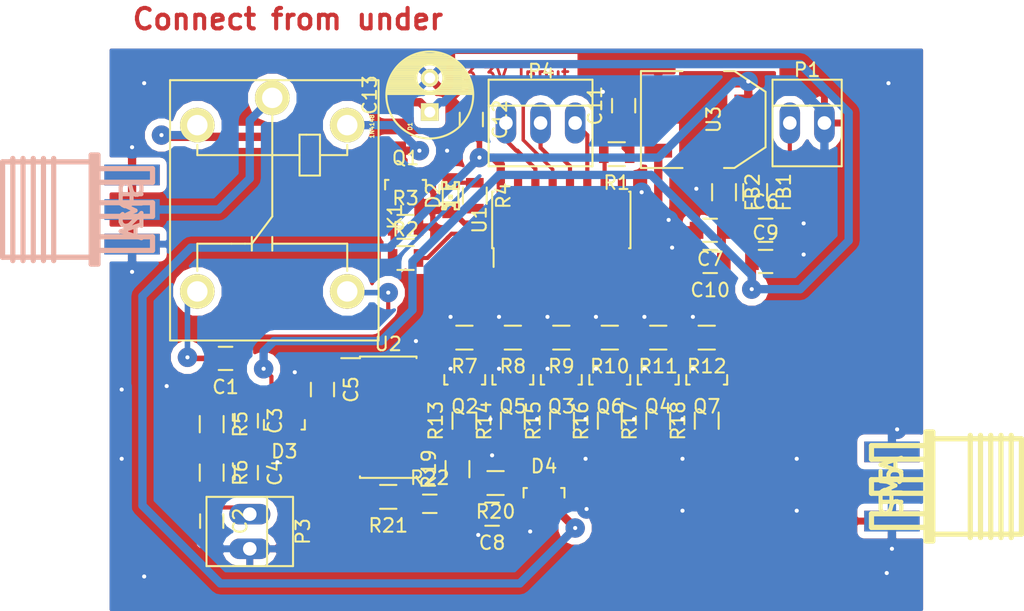
<source format=kicad_pcb>
(kicad_pcb (version 4) (host pcbnew 4.0.1-3.201512221402+6198~38~ubuntu14.04.1-stable)
  (layers (0 F.Cu signal) (31 B.Cu signal) (34 B.Paste user) (35 F.Paste user) (36 B.SilkS user) (37 F.SilkS user) (38 B.Mask user) (39 F.Mask user) (44 Edge.Cuts user))
  (net 0 "")
  (net 1 "Net-(C1-Pad1)")
  (net 2 "Net-(C1-Pad2)")
  (net 3 /DAC_Offset)
  (net 4 GND)
  (net 5 "Net-(C3-Pad2)")
  (net 6 /5V)
  (net 7 "Net-(C10-Pad1)")
  (net 8 /V_IN)
  (net 9 VCC)
  (net 10 "Net-(D1-Pad2)")
  (net 11 "Net-(D2-Pad2)")
  (net 12 /5V_IN)
  (net 13 "Net-(K1-Pad3)")
  (net 14 /SR_SER)
  (net 15 /SR_SRCLK)
  (net 16 /SR_RCLK)
  (net 17 "Net-(Q1-Pad1)")
  (net 18 "Net-(Q2-Pad1)")
  (net 19 "Net-(Q2-Pad3)")
  (net 20 "Net-(Q3-Pad1)")
  (net 21 "Net-(Q3-Pad3)")
  (net 22 "Net-(Q4-Pad1)")
  (net 23 "Net-(Q4-Pad3)")
  (net 24 "Net-(Q5-Pad1)")
  (net 25 "Net-(Q5-Pad3)")
  (net 26 "Net-(Q6-Pad1)")
  (net 27 "Net-(Q6-Pad3)")
  (net 28 "Net-(Q7-Pad1)")
  (net 29 "Net-(Q7-Pad3)")
  (net 30 "Net-(R1-Pad2)")
  (net 31 /AC/DC)
  (net 32 "Net-(R4-Pad2)")
  (net 33 "Net-(R13-Pad1)")
  (net 34 "Net-(R19-Pad1)")
  (net 35 "Net-(R21-Pad1)")
  (net 36 "Net-(R21-Pad2)")
  (module myLib:C_0805 (layer F.Cu) (at 157.734 95.758 180)
    (fp_text reference C1 (at 0 -2.1 180) (layer F.SilkS))
    (fp_text value 100n)
    (pad 1 smd rect (at -1 0 180) (size 1 1.25) (layers F.Cu F.Paste F.Mask) (net 1 "Net-(C1-Pad1)"))
    (pad 2 smd rect (at 1 0 180) (size 1 1.25) (layers F.Cu F.Paste F.Mask) (net 2 "Net-(C1-Pad2)"))
  )
  (module myLib:C_0805 (layer F.Cu) (at 156.718 107.696 270)
    (fp_text reference C2 (at 0 -2.1 270) (layer F.SilkS))
    (fp_text value 100n)
    (pad 1 smd rect (at -1 0 270) (size 1 1.25) (layers F.Cu F.Paste F.Mask) (net 3 /DAC_Offset))
    (pad 2 smd rect (at 1 0 270) (size 1 1.25) (layers F.Cu F.Paste F.Mask) (net 4 GND))
  )
  (module myLib:C_0805 (layer F.Cu) (at 159.258 100.33 270)
    (fp_text reference C3 (at 0 -2.1 270) (layer F.SilkS))
    (fp_text value 12pF)
    (pad 1 smd rect (at -1 0 270) (size 1 1.25) (layers F.Cu F.Paste F.Mask) (net 2 "Net-(C1-Pad2)"))
    (pad 2 smd rect (at 1 0 270) (size 1 1.25) (layers F.Cu F.Paste F.Mask) (net 5 "Net-(C3-Pad2)"))
  )
  (module myLib:C_0805 (layer F.Cu) (at 159.258 104.14 270)
    (fp_text reference C4 (at 0 -2.1 270) (layer F.SilkS))
    (fp_text value 47pF)
    (pad 1 smd rect (at -1 0 270) (size 1 1.25) (layers F.Cu F.Paste F.Mask) (net 5 "Net-(C3-Pad2)"))
    (pad 2 smd rect (at 1 0 270) (size 1 1.25) (layers F.Cu F.Paste F.Mask) (net 4 GND))
  )
  (module myLib:C_0805 (layer F.Cu) (at 164.846 98.044 270)
    (fp_text reference C5 (at 0 -2.1 270) (layer F.SilkS))
    (fp_text value 100n)
    (pad 1 smd rect (at -1 0 270) (size 1 1.25) (layers F.Cu F.Paste F.Mask) (net 4 GND))
    (pad 2 smd rect (at 1 0 270) (size 1 1.25) (layers F.Cu F.Paste F.Mask) (net 6 /5V))
  )
  (module myLib:C_0805 (layer F.Cu) (at 197.358 86.36)
    (fp_text reference C6 (at 0 -2.1) (layer F.SilkS))
    (fp_text value 100n)
    (pad 1 smd rect (at -1 0) (size 1 1.25) (layers F.Cu F.Paste F.Mask) (net 6 /5V))
    (pad 2 smd rect (at 1 0) (size 1 1.25) (layers F.Cu F.Paste F.Mask) (net 4 GND))
  )
  (module myLib:C_0805 (layer F.Cu) (at 193.294 86.36 180)
    (fp_text reference C7 (at 0 -2.1 180) (layer F.SilkS))
    (fp_text value 100n)
    (pad 1 smd rect (at -1 0 180) (size 1 1.25) (layers F.Cu F.Paste F.Mask) (net 7 "Net-(C10-Pad1)"))
    (pad 2 smd rect (at 1 0 180) (size 1 1.25) (layers F.Cu F.Paste F.Mask) (net 4 GND))
  )
  (module myLib:C_0805 (layer F.Cu) (at 177.292 107.188 180)
    (fp_text reference C8 (at 0 -2.1 180) (layer F.SilkS))
    (fp_text value 10p)
    (pad 1 smd rect (at -1 0 180) (size 1 1.25) (layers F.Cu F.Paste F.Mask) (net 8 /V_IN))
    (pad 2 smd rect (at 1 0 180) (size 1 1.25) (layers F.Cu F.Paste F.Mask) (net 4 GND))
  )
  (module myLib:C_0805 (layer F.Cu) (at 197.358 88.646)
    (fp_text reference C9 (at 0 -2.1) (layer F.SilkS))
    (fp_text value 10u)
    (pad 1 smd rect (at -1 0) (size 1 1.25) (layers F.Cu F.Paste F.Mask) (net 6 /5V))
    (pad 2 smd rect (at 1 0) (size 1 1.25) (layers F.Cu F.Paste F.Mask) (net 4 GND))
  )
  (module myLib:C_0805 (layer F.Cu) (at 193.294 88.646 180)
    (fp_text reference C10 (at 0 -2.1 180) (layer F.SilkS))
    (fp_text value 10u)
    (pad 1 smd rect (at -1 0 180) (size 1 1.25) (layers F.Cu F.Paste F.Mask) (net 7 "Net-(C10-Pad1)"))
    (pad 2 smd rect (at 1 0 180) (size 1 1.25) (layers F.Cu F.Paste F.Mask) (net 4 GND))
  )
  (module myLib:C_0805 (layer F.Cu) (at 186.944 77.216 90)
    (fp_text reference C11 (at 0 -2.1 90) (layer F.SilkS))
    (fp_text value 10u)
    (pad 1 smd rect (at -1 0 90) (size 1 1.25) (layers F.Cu F.Paste F.Mask) (net 9 VCC))
    (pad 2 smd rect (at 1 0 90) (size 1 1.25) (layers F.Cu F.Paste F.Mask) (net 4 GND))
  )
  (module myLib:MiniMelf (layer F.Cu) (at 170.18 78.74 90)
    (fp_text reference D1 (at 0 1.09982 90) (layer F.SilkS) (effects (font (size 0.29972 0.29972) (thickness 0.0762))))
    (fp_text value 1N4148 (at 0 -1.69926 90) (layer F.SilkS) (effects (font (size 0.29972 0.29972) (thickness 0.0762))))
    (pad 2 smd rect (at -1.69926 0 90) (size 1.19888 1.6002) (layers F.Cu F.Paste F.Mask) (net 10 "Net-(D1-Pad2)"))
    (pad 1 smd rect (at 1.69926 0 90) (size 1.19888 1.6002) (layers F.Cu F.Paste F.Mask) (net 6 /5V))
  )
  (module myLib:LED-0805 (layer F.Cu) (at 174.244 83.82 90)
    (fp_text reference D2 (at 0 -1.27 90) (layer F.SilkS))
    (fp_text value LED)
    (pad 2 smd rect (at 1.04902 0 270) (size 1.19888 1.19888) (layers F.Cu F.Paste F.Mask) (net 11 "Net-(D2-Pad2)"))
    (pad 1 smd rect (at -1.04902 0 270) (size 1.19888 1.19888) (layers F.Cu F.Paste F.Mask) (net 4 GND))
  )
  (module myLib:SOT-23 (layer F.Cu) (at 162.052 100.33 180)
    (fp_text reference D3 (at 0 -2.25 180) (layer F.SilkS))
    (fp_text value BAT54S)
    (pad 1 smd rect (at -0.95 1.00076 180) (size 0.8001 0.8001) (layers F.Cu F.Paste F.Mask) (net 4 GND))
    (pad 2 smd rect (at 0.95 1.00076 180) (size 0.8001 0.8001) (layers F.Cu F.Paste F.Mask) (net 6 /5V))
    (pad 3 smd rect (at 0 -0.99822 180) (size 0.8001 0.8001) (layers F.Cu F.Paste F.Mask) (net 5 "Net-(C3-Pad2)"))
  )
  (module myLib:SOT-23 (layer F.Cu) (at 181.102 105.918)
    (fp_text reference D4 (at 0 -2.25) (layer F.SilkS))
    (fp_text value BAT54S)
    (pad 1 smd rect (at -0.95 1.00076) (size 0.8001 0.8001) (layers F.Cu F.Paste F.Mask) (net 4 GND))
    (pad 2 smd rect (at 0.95 1.00076) (size 0.8001 0.8001) (layers F.Cu F.Paste F.Mask) (net 9 VCC))
    (pad 3 smd rect (at 0 -0.99822) (size 0.8001 0.8001) (layers F.Cu F.Paste F.Mask) (net 8 /V_IN))
  )
  (module myLib:Ind_0805 (layer F.Cu) (at 196.596 83.566 270)
    (fp_text reference FB1 (at 0 -2.1 270) (layer F.SilkS))
    (fp_text value MH2029-300Y)
    (pad 1 smd rect (at -0.95 0 270) (size 0.7 1.3) (layers F.Cu F.Paste F.Mask) (net 12 /5V_IN))
    (pad 2 smd rect (at 0.95 0 270) (size 0.7 1.3) (layers F.Cu F.Paste F.Mask) (net 6 /5V))
  )
  (module myLib:Ind_0805 (layer F.Cu) (at 194.31 83.566 270)
    (fp_text reference FB2 (at 0 -2.1 270) (layer F.SilkS))
    (fp_text value MH2029-300Y)
    (pad 1 smd rect (at -0.95 0 270) (size 0.7 1.3) (layers F.Cu F.Paste F.Mask) (net 12 /5V_IN))
    (pad 2 smd rect (at 0.95 0 270) (size 0.7 1.3) (layers F.Cu F.Paste F.Mask) (net 7 "Net-(C10-Pad1)"))
  )
  (module Connect:PINHEAD1-2 (layer F.Cu) (at 200.406 78.486)
    (fp_text reference P1 (at 0 -3.9) (layer F.SilkS))
    (fp_text value Power)
    (pad 1 thru_hole oval (at -1.27 0) (size 1.50622 3.01498) (drill 0.99822) (layers *.Cu *.Mask) (net 12 /5V_IN))
    (pad 2 thru_hole oval (at 1.27 0) (size 1.50622 3.01498) (drill 0.99822) (layers *.Cu *.Mask) (net 4 GND))
  )
  (module myLib:CON-SMA-EDGE (layer B.Cu) (at 150.876 84.836 90)
    (fp_text reference P2 (at 0 0 90) (layer B.SilkS) (effects (font (thickness 0.3048)) (justify mirror)))
    (fp_text value SMA (at 0 0 90) (layer B.SilkS) (effects (font (thickness 0.3048)) (justify mirror)))
    (pad 1 smd rect (at 0 0 90) (size 1.524 4.064) (layers B.Cu B.Paste B.Mask) (net 13 "Net-(K1-Pad3)"))
    (pad 2 smd rect (at -2.54 0 90) (size 1.524 4.064) (layers B.Cu B.Paste B.Mask) (net 4 GND))
    (pad 4 smd rect (at 2.54 0 90) (size 1.524 4.064) (layers B.Cu B.Paste B.Mask))
    (pad 3 smd rect (at -2.54 0 90) (size 1.524 4.064) (layers F.Cu F.Paste F.Mask))
    (pad 5 smd rect (at 2.54 0 90) (size 1.524 4.064) (layers F.Cu F.Paste F.Mask))
  )
  (module Connect:PINHEAD1-2 (layer F.Cu) (at 159.512 108.458 270)
    (fp_text reference P3 (at 0 -3.9 270) (layer F.SilkS))
    (fp_text value DAC_Offset)
    (pad 1 thru_hole oval (at -1.27 0 270) (size 1.50622 3.01498) (drill 0.99822) (layers *.Cu *.Mask) (net 3 /DAC_Offset))
    (pad 2 thru_hole oval (at 1.27 0 270) (size 1.50622 3.01498) (drill 0.99822) (layers *.Cu *.Mask) (net 4 GND))
  )
  (module Connect:PINHEAD1-3 (layer F.Cu) (at 180.848 78.486)
    (fp_text reference P4 (at 0.05 -3.8) (layer F.SilkS))
    (fp_text value ShiftReg)
    (pad 1 thru_hole oval (at -2.54 0) (size 1.50622 3.01498) (drill 0.99822) (layers *.Cu *.Mask) (net 14 /SR_SER))
    (pad 2 thru_hole oval (at 0 0) (size 1.50622 3.01498) (drill 0.99822) (layers *.Cu *.Mask) (net 16 /SR_RCLK))
    (pad 3 thru_hole oval (at 2.54 0) (size 1.50622 3.01498) (drill 0.99822) (layers *.Cu *.Mask) (net 15 /SR_SRCLK))
  )
  (module myLib:CON-SMA-EDGE (layer F.Cu) (at 206.629 105.156 90)
    (fp_text reference P5 (at 0 0 90) (layer F.SilkS) (effects (font (thickness 0.3048))))
    (fp_text value SMA (at 0 0 90) (layer F.SilkS) (effects (font (thickness 0.3048))))
    (pad 1 smd rect (at 0 0 90) (size 1.524 4.064) (layers F.Cu F.Paste F.Mask) (net 8 /V_IN))
    (pad 2 smd rect (at -2.54 0 90) (size 1.524 4.064) (layers F.Cu F.Paste F.Mask) (net 4 GND))
    (pad 4 smd rect (at 2.54 0 90) (size 1.524 4.064) (layers F.Cu F.Paste F.Mask))
    (pad 3 smd rect (at -2.54 0 90) (size 1.524 4.064) (layers B.Cu B.Paste B.Mask))
    (pad 5 smd rect (at 2.54 0 90) (size 1.524 4.064) (layers B.Cu B.Paste B.Mask))
  )
  (module myLib:SOT-23 (layer F.Cu) (at 170.942 83.312)
    (fp_text reference Q1 (at 0 -2.25) (layer F.SilkS))
    (fp_text value MMBT2222A)
    (pad 1 smd rect (at -0.95 1.00076) (size 0.8001 0.8001) (layers F.Cu F.Paste F.Mask) (net 17 "Net-(Q1-Pad1)"))
    (pad 2 smd rect (at 0.95 1.00076) (size 0.8001 0.8001) (layers F.Cu F.Paste F.Mask) (net 4 GND))
    (pad 3 smd rect (at 0 -0.99822) (size 0.8001 0.8001) (layers F.Cu F.Paste F.Mask) (net 10 "Net-(D1-Pad2)"))
  )
  (module myLib:SOT-23 (layer F.Cu) (at 175.2854 97.028 180)
    (fp_text reference Q2 (at 0 -2.25 180) (layer F.SilkS))
    (fp_text value Si2302DS)
    (pad 1 smd rect (at -0.95 1.00076 180) (size 0.8001 0.8001) (layers F.Cu F.Paste F.Mask) (net 18 "Net-(Q2-Pad1)"))
    (pad 2 smd rect (at 0.95 1.00076 180) (size 0.8001 0.8001) (layers F.Cu F.Paste F.Mask) (net 4 GND))
    (pad 3 smd rect (at 0 -0.99822 180) (size 0.8001 0.8001) (layers F.Cu F.Paste F.Mask) (net 19 "Net-(Q2-Pad3)"))
  )
  (module myLib:SOT-23 (layer F.Cu) (at 182.372 97.028 180)
    (fp_text reference Q3 (at 0 -2.25 180) (layer F.SilkS))
    (fp_text value Si2302DS)
    (pad 1 smd rect (at -0.95 1.00076 180) (size 0.8001 0.8001) (layers F.Cu F.Paste F.Mask) (net 20 "Net-(Q3-Pad1)"))
    (pad 2 smd rect (at 0.95 1.00076 180) (size 0.8001 0.8001) (layers F.Cu F.Paste F.Mask) (net 4 GND))
    (pad 3 smd rect (at 0 -0.99822 180) (size 0.8001 0.8001) (layers F.Cu F.Paste F.Mask) (net 21 "Net-(Q3-Pad3)"))
  )
  (module myLib:SOT-23 (layer F.Cu) (at 189.484 97.028 180)
    (fp_text reference Q4 (at 0 -2.25 180) (layer F.SilkS))
    (fp_text value Si2302DS)
    (pad 1 smd rect (at -0.95 1.00076 180) (size 0.8001 0.8001) (layers F.Cu F.Paste F.Mask) (net 22 "Net-(Q4-Pad1)"))
    (pad 2 smd rect (at 0.95 1.00076 180) (size 0.8001 0.8001) (layers F.Cu F.Paste F.Mask) (net 4 GND))
    (pad 3 smd rect (at 0 -0.99822 180) (size 0.8001 0.8001) (layers F.Cu F.Paste F.Mask) (net 23 "Net-(Q4-Pad3)"))
  )
  (module myLib:SOT-23 (layer F.Cu) (at 178.816 97.028 180)
    (fp_text reference Q5 (at 0 -2.25 180) (layer F.SilkS))
    (fp_text value Si2302DS)
    (pad 1 smd rect (at -0.95 1.00076 180) (size 0.8001 0.8001) (layers F.Cu F.Paste F.Mask) (net 24 "Net-(Q5-Pad1)"))
    (pad 2 smd rect (at 0.95 1.00076 180) (size 0.8001 0.8001) (layers F.Cu F.Paste F.Mask) (net 4 GND))
    (pad 3 smd rect (at 0 -0.99822 180) (size 0.8001 0.8001) (layers F.Cu F.Paste F.Mask) (net 25 "Net-(Q5-Pad3)"))
  )
  (module myLib:SOT-23 (layer F.Cu) (at 185.928 97.028 180)
    (fp_text reference Q6 (at 0 -2.25 180) (layer F.SilkS))
    (fp_text value Si2302DS)
    (pad 1 smd rect (at -0.95 1.00076 180) (size 0.8001 0.8001) (layers F.Cu F.Paste F.Mask) (net 26 "Net-(Q6-Pad1)"))
    (pad 2 smd rect (at 0.95 1.00076 180) (size 0.8001 0.8001) (layers F.Cu F.Paste F.Mask) (net 4 GND))
    (pad 3 smd rect (at 0 -0.99822 180) (size 0.8001 0.8001) (layers F.Cu F.Paste F.Mask) (net 27 "Net-(Q6-Pad3)"))
  )
  (module myLib:SOT-23 (layer F.Cu) (at 193.04 97.028 180)
    (fp_text reference Q7 (at 0 -2.25 180) (layer F.SilkS))
    (fp_text value Si2302DS)
    (pad 1 smd rect (at -0.95 1.00076 180) (size 0.8001 0.8001) (layers F.Cu F.Paste F.Mask) (net 28 "Net-(Q7-Pad1)"))
    (pad 2 smd rect (at 0.95 1.00076 180) (size 0.8001 0.8001) (layers F.Cu F.Paste F.Mask) (net 4 GND))
    (pad 3 smd rect (at 0 -0.99822 180) (size 0.8001 0.8001) (layers F.Cu F.Paste F.Mask) (net 29 "Net-(Q7-Pad3)"))
  )
  (module myLib:R_0805 (layer F.Cu) (at 186.436 80.772 180)
    (fp_text reference R1 (at 0 -2.1 180) (layer F.SilkS))
    (fp_text value 10k)
    (pad 1 smd rect (at -0.95 0 180) (size 0.7 1.3) (layers F.Cu F.Paste F.Mask) (net 9 VCC))
    (pad 2 smd rect (at 0.95 0 180) (size 0.7 1.3) (layers F.Cu F.Paste F.Mask) (net 30 "Net-(R1-Pad2)"))
  )
  (module myLib:R_0805 (layer F.Cu) (at 170.942 88.392)
    (fp_text reference R2 (at 0 -2.1) (layer F.SilkS))
    (fp_text value 1k)
    (pad 1 smd rect (at -0.95 0) (size 0.7 1.3) (layers F.Cu F.Paste F.Mask) (net 17 "Net-(Q1-Pad1)"))
    (pad 2 smd rect (at 0.95 0) (size 0.7 1.3) (layers F.Cu F.Paste F.Mask) (net 31 /AC/DC))
  )
  (module myLib:R_0805 (layer F.Cu) (at 170.942 86.106)
    (fp_text reference R3 (at 0 -2.1) (layer F.SilkS))
    (fp_text value 10k)
    (pad 1 smd rect (at -0.95 0) (size 0.7 1.3) (layers F.Cu F.Paste F.Mask) (net 17 "Net-(Q1-Pad1)"))
    (pad 2 smd rect (at 0.95 0) (size 0.7 1.3) (layers F.Cu F.Paste F.Mask) (net 4 GND))
  )
  (module myLib:R_0805 (layer F.Cu) (at 176.022 83.82 270)
    (fp_text reference R4 (at 0 -2.1 270) (layer F.SilkS))
    (fp_text value 330)
    (pad 1 smd rect (at -0.95 0 270) (size 0.7 1.3) (layers F.Cu F.Paste F.Mask) (net 11 "Net-(D2-Pad2)"))
    (pad 2 smd rect (at 0.95 0 270) (size 0.7 1.3) (layers F.Cu F.Paste F.Mask) (net 32 "Net-(R4-Pad2)"))
  )
  (module myLib:R_0805 (layer F.Cu) (at 156.718 100.584 270)
    (fp_text reference R5 (at 0 -2.1 270) (layer F.SilkS))
    (fp_text value 840k/1%)
    (pad 1 smd rect (at -0.95 0 270) (size 0.7 1.3) (layers F.Cu F.Paste F.Mask) (net 2 "Net-(C1-Pad2)"))
    (pad 2 smd rect (at 0.95 0 270) (size 0.7 1.3) (layers F.Cu F.Paste F.Mask) (net 5 "Net-(C3-Pad2)"))
  )
  (module myLib:R_0805 (layer F.Cu) (at 156.718 104.14 270)
    (fp_text reference R6 (at 0 -2.1 270) (layer F.SilkS))
    (fp_text value 160k/1%)
    (pad 1 smd rect (at -0.95 0 270) (size 0.7 1.3) (layers F.Cu F.Paste F.Mask) (net 5 "Net-(C3-Pad2)"))
    (pad 2 smd rect (at 0.95 0 270) (size 0.7 1.3) (layers F.Cu F.Paste F.Mask) (net 3 /DAC_Offset))
  )
  (module myLib:R_0805 (layer F.Cu) (at 175.26 94.234 180)
    (fp_text reference R7 (at 0 -2.1 180) (layer F.SilkS))
    (fp_text value 10k)
    (pad 1 smd rect (at -0.95 0 180) (size 0.7 1.3) (layers F.Cu F.Paste F.Mask) (net 18 "Net-(Q2-Pad1)"))
    (pad 2 smd rect (at 0.95 0 180) (size 0.7 1.3) (layers F.Cu F.Paste F.Mask) (net 4 GND))
  )
  (module myLib:R_0805 (layer F.Cu) (at 178.816 94.234 180)
    (fp_text reference R8 (at 0 -2.1 180) (layer F.SilkS))
    (fp_text value 10k)
    (pad 1 smd rect (at -0.95 0 180) (size 0.7 1.3) (layers F.Cu F.Paste F.Mask) (net 24 "Net-(Q5-Pad1)"))
    (pad 2 smd rect (at 0.95 0 180) (size 0.7 1.3) (layers F.Cu F.Paste F.Mask) (net 4 GND))
  )
  (module myLib:R_0805 (layer F.Cu) (at 182.372 94.234 180)
    (fp_text reference R9 (at 0 -2.1 180) (layer F.SilkS))
    (fp_text value 10k)
    (pad 1 smd rect (at -0.95 0 180) (size 0.7 1.3) (layers F.Cu F.Paste F.Mask) (net 20 "Net-(Q3-Pad1)"))
    (pad 2 smd rect (at 0.95 0 180) (size 0.7 1.3) (layers F.Cu F.Paste F.Mask) (net 4 GND))
  )
  (module myLib:R_0805 (layer F.Cu) (at 185.928 94.234 180)
    (fp_text reference R10 (at 0 -2.1 180) (layer F.SilkS))
    (fp_text value 10k)
    (pad 1 smd rect (at -0.95 0 180) (size 0.7 1.3) (layers F.Cu F.Paste F.Mask) (net 26 "Net-(Q6-Pad1)"))
    (pad 2 smd rect (at 0.95 0 180) (size 0.7 1.3) (layers F.Cu F.Paste F.Mask) (net 4 GND))
  )
  (module myLib:R_0805 (layer F.Cu) (at 189.484 94.234 180)
    (fp_text reference R11 (at 0 -2.1 180) (layer F.SilkS))
    (fp_text value 10k)
    (pad 1 smd rect (at -0.95 0 180) (size 0.7 1.3) (layers F.Cu F.Paste F.Mask) (net 22 "Net-(Q4-Pad1)"))
    (pad 2 smd rect (at 0.95 0 180) (size 0.7 1.3) (layers F.Cu F.Paste F.Mask) (net 4 GND))
  )
  (module myLib:R_0805 (layer F.Cu) (at 193.04 94.234 180)
    (fp_text reference R12 (at 0 -2.1 180) (layer F.SilkS))
    (fp_text value 10k)
    (pad 1 smd rect (at -0.95 0 180) (size 0.7 1.3) (layers F.Cu F.Paste F.Mask) (net 28 "Net-(Q7-Pad1)"))
    (pad 2 smd rect (at 0.95 0 180) (size 0.7 1.3) (layers F.Cu F.Paste F.Mask) (net 4 GND))
  )
  (module myLib:R_0805 (layer F.Cu) (at 175.26 100.33 90)
    (fp_text reference R13 (at 0 -2.1 90) (layer F.SilkS))
    (fp_text value 200/1%)
    (pad 1 smd rect (at -0.95 0 90) (size 0.7 1.3) (layers F.Cu F.Paste F.Mask) (net 33 "Net-(R13-Pad1)"))
    (pad 2 smd rect (at 0.95 0 90) (size 0.7 1.3) (layers F.Cu F.Paste F.Mask) (net 19 "Net-(Q2-Pad3)"))
  )
  (module myLib:R_0805 (layer F.Cu) (at 178.816 100.33 90)
    (fp_text reference R14 (at 0 -2.1 90) (layer F.SilkS))
    (fp_text value 1M/1%)
    (pad 1 smd rect (at -0.95 0 90) (size 0.7 1.3) (layers F.Cu F.Paste F.Mask) (net 33 "Net-(R13-Pad1)"))
    (pad 2 smd rect (at 0.95 0 90) (size 0.7 1.3) (layers F.Cu F.Paste F.Mask) (net 25 "Net-(Q5-Pad3)"))
  )
  (module myLib:R_0805 (layer F.Cu) (at 182.4228 100.33 90)
    (fp_text reference R15 (at 0 -2.1 90) (layer F.SilkS))
    (fp_text value 50)
    (pad 1 smd rect (at -0.95 0 90) (size 0.7 1.3) (layers F.Cu F.Paste F.Mask) (net 33 "Net-(R13-Pad1)"))
    (pad 2 smd rect (at 0.95 0 90) (size 0.7 1.3) (layers F.Cu F.Paste F.Mask) (net 21 "Net-(Q3-Pad3)"))
  )
  (module myLib:R_0805 (layer F.Cu) (at 185.928 100.33 90)
    (fp_text reference R16 (at 0 -2.1 90) (layer F.SilkS))
    (fp_text value 22)
    (pad 1 smd rect (at -0.95 0 90) (size 0.7 1.3) (layers F.Cu F.Paste F.Mask) (net 33 "Net-(R13-Pad1)"))
    (pad 2 smd rect (at 0.95 0 90) (size 0.7 1.3) (layers F.Cu F.Paste F.Mask) (net 27 "Net-(Q6-Pad3)"))
  )
  (module myLib:R_0805 (layer F.Cu) (at 189.484 100.33 90)
    (fp_text reference R17 (at 0 -2.1 90) (layer F.SilkS))
    (fp_text value 10)
    (pad 1 smd rect (at -0.95 0 90) (size 0.7 1.3) (layers F.Cu F.Paste F.Mask) (net 33 "Net-(R13-Pad1)"))
    (pad 2 smd rect (at 0.95 0 90) (size 0.7 1.3) (layers F.Cu F.Paste F.Mask) (net 23 "Net-(Q4-Pad3)"))
  )
  (module myLib:R_0805 (layer F.Cu) (at 193.04 100.33 90)
    (fp_text reference R18 (at 0 -2.1 90) (layer F.SilkS))
    (fp_text value 5)
    (pad 1 smd rect (at -0.95 0 90) (size 0.7 1.3) (layers F.Cu F.Paste F.Mask) (net 33 "Net-(R13-Pad1)"))
    (pad 2 smd rect (at 0.95 0 90) (size 0.7 1.3) (layers F.Cu F.Paste F.Mask) (net 29 "Net-(Q7-Pad3)"))
  )
  (module myLib:R_0805 (layer F.Cu) (at 174.752 103.886 90)
    (fp_text reference R19 (at 0 -2.1 90) (layer F.SilkS))
    (fp_text value 200/1%)
    (pad 1 smd rect (at -0.95 0 90) (size 0.7 1.3) (layers F.Cu F.Paste F.Mask) (net 34 "Net-(R19-Pad1)"))
    (pad 2 smd rect (at 0.95 0 90) (size 0.7 1.3) (layers F.Cu F.Paste F.Mask) (net 33 "Net-(R13-Pad1)"))
  )
  (module myLib:R_0805 (layer F.Cu) (at 177.546 104.902 180)
    (fp_text reference R20 (at 0 -2.1 180) (layer F.SilkS))
    (fp_text value 22)
    (pad 1 smd rect (at -0.95 0 180) (size 0.7 1.3) (layers F.Cu F.Paste F.Mask) (net 8 /V_IN))
    (pad 2 smd rect (at 0.95 0 180) (size 0.7 1.3) (layers F.Cu F.Paste F.Mask) (net 34 "Net-(R19-Pad1)"))
  )
  (module myLib:R_0805 (layer F.Cu) (at 169.672 105.918 180)
    (fp_text reference R21 (at 0 -2.1 180) (layer F.SilkS))
    (fp_text value 0)
    (pad 1 smd rect (at -0.95 0 180) (size 0.7 1.3) (layers F.Cu F.Paste F.Mask) (net 35 "Net-(R21-Pad1)"))
    (pad 2 smd rect (at 0.95 0 180) (size 0.7 1.3) (layers F.Cu F.Paste F.Mask) (net 36 "Net-(R21-Pad2)"))
  )
  (module Housings_SOIC:SOIC-14_3.9x8.7mm_Pitch1.27mm (layer F.Cu) (at 169.672 100.076)
    (fp_text reference U2 (at 0 -5.375) (layer F.SilkS))
    (fp_text value MCP660)
    (pad 1 smd rect (at -2.7 -3.81) (size 1.5 0.6) (layers F.Cu F.Paste F.Mask))
    (pad 2 smd rect (at -2.7 -2.54) (size 1.5 0.6) (layers F.Cu F.Paste F.Mask))
    (pad 3 smd rect (at -2.7 -1.27) (size 1.5 0.6) (layers F.Cu F.Paste F.Mask))
    (pad 4 smd rect (at -2.7 0) (size 1.5 0.6) (layers F.Cu F.Paste F.Mask) (net 6 /5V))
    (pad 5 smd rect (at -2.7 1.27) (size 1.5 0.6) (layers F.Cu F.Paste F.Mask) (net 5 "Net-(C3-Pad2)"))
    (pad 6 smd rect (at -2.7 2.54) (size 1.5 0.6) (layers F.Cu F.Paste F.Mask) (net 36 "Net-(R21-Pad2)"))
    (pad 7 smd rect (at -2.7 3.81) (size 1.5 0.6) (layers F.Cu F.Paste F.Mask) (net 36 "Net-(R21-Pad2)"))
    (pad 8 smd rect (at 2.7 3.81) (size 1.5 0.6) (layers F.Cu F.Paste F.Mask) (net 34 "Net-(R19-Pad1)"))
    (pad 9 smd rect (at 2.7 2.54) (size 1.5 0.6) (layers F.Cu F.Paste F.Mask) (net 33 "Net-(R13-Pad1)"))
    (pad 10 smd rect (at 2.7 1.27) (size 1.5 0.6) (layers F.Cu F.Paste F.Mask) (net 35 "Net-(R21-Pad1)"))
    (pad 11 smd rect (at 2.7 0) (size 1.5 0.6) (layers F.Cu F.Paste F.Mask) (net 4 GND))
    (pad 12 smd rect (at 2.7 -1.27) (size 1.5 0.6) (layers F.Cu F.Paste F.Mask))
    (pad 13 smd rect (at 2.7 -2.54) (size 1.5 0.6) (layers F.Cu F.Paste F.Mask))
    (pad 14 smd rect (at 2.7 -3.81) (size 1.5 0.6) (layers F.Cu F.Paste F.Mask))
  )
  (module TO_SOT_Packages_SMD:SOT-223 (layer F.Cu) (at 192.786 78.232 270)
    (fp_text reference U3 (at 0 -0.762 270) (layer F.SilkS))
    (fp_text value LD1117S33TR)
    (pad 4 smd rect (at 0 -3.302 270) (size 3.6576 2.032) (layers F.Cu F.Paste F.Mask))
    (pad 2 smd rect (at 0 3.302 270) (size 1.016 2.032) (layers F.Cu F.Paste F.Mask) (net 9 VCC))
    (pad 3 smd rect (at 2.286 3.302 270) (size 1.016 2.032) (layers F.Cu F.Paste F.Mask) (net 7 "Net-(C10-Pad1)"))
    (pad 1 smd rect (at -2.286 3.302 270) (size 1.016 2.032) (layers F.Cu F.Paste F.Mask) (net 4 GND))
  )
  (module Housings_SOIC:SOIC-16_3.9x9.9mm_Pitch1.27mm (layer F.Cu) (at 182.372 85.598 90)
    (fp_text reference U1 (at 0 -6 90) (layer F.SilkS))
    (fp_text value 74HC595)
    (pad 1 smd rect (at -2.7 -4.445 90) (size 1.5 0.6) (layers F.Cu F.Paste F.Mask) (net 18 "Net-(Q2-Pad1)"))
    (pad 2 smd rect (at -2.7 -3.175 90) (size 1.5 0.6) (layers F.Cu F.Paste F.Mask) (net 24 "Net-(Q5-Pad1)"))
    (pad 3 smd rect (at -2.7 -1.905 90) (size 1.5 0.6) (layers F.Cu F.Paste F.Mask) (net 20 "Net-(Q3-Pad1)"))
    (pad 4 smd rect (at -2.7 -0.635 90) (size 1.5 0.6) (layers F.Cu F.Paste F.Mask) (net 26 "Net-(Q6-Pad1)"))
    (pad 5 smd rect (at -2.7 0.635 90) (size 1.5 0.6) (layers F.Cu F.Paste F.Mask) (net 22 "Net-(Q4-Pad1)"))
    (pad 6 smd rect (at -2.7 1.905 90) (size 1.5 0.6) (layers F.Cu F.Paste F.Mask) (net 28 "Net-(Q7-Pad1)"))
    (pad 7 smd rect (at -2.7 3.175 90) (size 1.5 0.6) (layers F.Cu F.Paste F.Mask) (net 31 /AC/DC))
    (pad 8 smd rect (at -2.7 4.445 90) (size 1.5 0.6) (layers F.Cu F.Paste F.Mask) (net 4 GND))
    (pad 9 smd rect (at 2.7 4.445 90) (size 1.5 0.6) (layers F.Cu F.Paste F.Mask))
    (pad 10 smd rect (at 2.7 3.175 90) (size 1.5 0.6) (layers F.Cu F.Paste F.Mask) (net 30 "Net-(R1-Pad2)"))
    (pad 11 smd rect (at 2.7 1.905 90) (size 1.5 0.6) (layers F.Cu F.Paste F.Mask) (net 15 /SR_SRCLK))
    (pad 12 smd rect (at 2.7 0.635 90) (size 1.5 0.6) (layers F.Cu F.Paste F.Mask) (net 16 /SR_RCLK))
    (pad 13 smd rect (at 2.7 -0.635 90) (size 1.5 0.6) (layers F.Cu F.Paste F.Mask) (net 4 GND))
    (pad 14 smd rect (at 2.7 -1.905 90) (size 1.5 0.6) (layers F.Cu F.Paste F.Mask) (net 14 /SR_SER))
    (pad 15 smd rect (at 2.7 -3.175 90) (size 1.5 0.6) (layers F.Cu F.Paste F.Mask) (net 32 "Net-(R4-Pad2)"))
    (pad 16 smd rect (at 2.7 -4.445 90) (size 1.5 0.6) (layers F.Cu F.Paste F.Mask) (net 9 VCC))
  )
  (module myLib:SONGLE_SRD-XVDC-SL-C (layer F.Cu) (at 161.163 85.344 270)
    (fp_text reference K1 (at 0 -9 270) (layer F.SilkS))
    (fp_text value RELAY_SONGLE_RD-XVDC-SL-C)
    (pad 2 thru_hole circle (at -6.7 -5.5 270) (size 2.54 2.54) (drill 1.5) (layers *.Cu *.Mask F.SilkS) (net 10 "Net-(D1-Pad2)"))
    (pad 3 thru_hole circle (at -8.7 0 270) (size 2.54 2.54) (drill 1.5) (layers *.Cu *.Mask F.SilkS) (net 13 "Net-(K1-Pad3)"))
    (pad 1 thru_hole circle (at -6.7 5.5 270) (size 2.54 2.54) (drill 1.5) (layers *.Cu *.Mask F.SilkS) (net 6 /5V))
    (pad 5 thru_hole circle (at 5.5 -5.5 270) (size 2.54 2.54) (drill 1.5) (layers *.Cu *.Mask F.SilkS) (net 1 "Net-(C1-Pad1)"))
    (pad 4 thru_hole circle (at 5.5 5.5 270) (size 2.54 2.54) (drill 1.5) (layers *.Cu *.Mask F.SilkS) (net 2 "Net-(C1-Pad2)"))
  )
  (module myLib:C_0805 (layer F.Cu) (at 175.768 78.232 270)
    (fp_text reference C12 (at 0 -2.1 270) (layer F.SilkS))
    (fp_text value 100n)
    (pad 1 smd rect (at -1 0 270) (size 1 1.25) (layers F.Cu F.Paste F.Mask) (net 4 GND))
    (pad 2 smd rect (at 1 0 270) (size 1 1.25) (layers F.Cu F.Paste F.Mask) (net 9 VCC))
  )
  (module Capacitors_ThroughHole:C_Radial_D6.3_L11.2_P2.5 (layer F.Cu) (at 172.72 77.684 90)
    (fp_text reference C13 (at 1.25 -4.4 90) (layer F.SilkS))
    (fp_text value 100u)
    (pad 2 thru_hole circle (at 2.5 0 90) (size 1.3 1.3) (drill 0.8) (layers *.Cu *.Mask F.SilkS) (net 4 GND))
    (pad 1 thru_hole rect (at 0 0 90) (size 1.3 1.3) (drill 0.8) (layers *.Cu *.Mask F.SilkS) (net 6 /5V))
  )
  (module myLib:R_0603 (layer F.Cu) (at 172.72 106.426)
    (fp_text reference R22 (at 0 -1.9) (layer F.SilkS))
    (fp_text value 100)
    (pad 1 smd rect (at -0.75 0) (size 0.5 0.9) (layers F.Cu F.Paste F.Mask) (net 35 "Net-(R21-Pad1)"))
    (pad 2 smd rect (at 0.75 0) (size 0.5 0.9) (layers F.Cu F.Paste F.Mask) (net 33 "Net-(R13-Pad1)"))
  )
  (gr_text "3.3V Input" (at 179.07 74.93) (layer F.Cu) (effects (font (size 1 1) (thickness 0.2))))
  (gr_text "Designed by \nD.P. Rev 2" (at 194.31 110.49) (layer F.Cu) (effects (font (size 1.5 1.5) (thickness 0.3))))
  (gr_text "Connect from under" (at 162.306 70.866) (layer F.Cu) (effects (font (size 1.5 1.5) (thickness 0.3))))
  (segment (start 169.672 90.932) (end 166.751 90.932) (width 0.4064) (layer B.Cu) (net 1))
  (segment (start 166.751 90.932) (end 166.663 90.844) (width 0.4064) (layer B.Cu) (net 1))
  (segment (start 168.529 93.345) (end 169.672 92.202) (width 0.3048) (layer F.Cu) (net 1))
  (segment (start 169.672 92.202) (end 169.672 90.932) (width 0.3048) (layer F.Cu) (net 1))
  (via (at 169.672 90.932) (size 1.4224) (drill 0.3) (layers F.Cu B.Cu) (net 1))
  (segment (start 160.2172 93.345) (end 168.529 93.345) (width 0.3048) (layer F.Cu) (net 1))
  (segment (start 158.734 95.758) (end 158.734 94.8282) (width 0.3048) (layer F.Cu) (net 1))
  (segment (start 158.734 94.8282) (end 160.2172 93.345) (width 0.3048) (layer F.Cu) (net 1))
  (segment (start 158.734 95.633) (end 158.734 95.758) (width 0.3048) (layer F.Cu) (net 1))
  (segment (start 156.734 95.758) (end 155.0162 95.758) (width 0.4064) (layer F.Cu) (net 2))
  (segment (start 155.0162 95.758) (end 154.94 95.6818) (width 0.4064) (layer F.Cu) (net 2))
  (segment (start 154.94 95.6818) (end 154.94 91.567) (width 0.4064) (layer B.Cu) (net 2))
  (segment (start 154.94 91.567) (end 155.663 90.844) (width 0.4064) (layer B.Cu) (net 2))
  (via (at 154.94 95.6818) (size 1.4224) (drill 0.3) (layers F.Cu B.Cu) (net 2))
  (segment (start 158.954 99.634) (end 159.258 99.33) (width 0.3048) (layer F.Cu) (net 2))
  (segment (start 156.718 99.634) (end 158.954 99.634) (width 0.3048) (layer F.Cu) (net 2))
  (segment (start 156.718 95.774) (end 156.734 95.758) (width 0.3048) (layer F.Cu) (net 2))
  (segment (start 156.718 99.634) (end 156.718 95.774) (width 0.3048) (layer F.Cu) (net 2))
  (segment (start 156.718 105.09) (end 156.718 106.696) (width 0.3048) (layer F.Cu) (net 3))
  (segment (start 159.02 106.696) (end 159.512 107.188) (width 0.3048) (layer F.Cu) (net 3))
  (segment (start 156.718 106.696) (end 159.02 106.696) (width 0.3048) (layer F.Cu) (net 3))
  (segment (start 175.768 77.232) (end 174.768 77.232) (width 0.6096) (layer F.Cu) (net 4))
  (segment (start 174.768 77.232) (end 172.72 75.184) (width 0.6096) (layer F.Cu) (net 4))
  (segment (start 180.217322 76.2) (end 175.381001 76.2) (width 0.254) (layer F.Cu) (net 4))
  (segment (start 175.381001 76.2) (end 175.006 76.2) (width 0.254) (layer F.Cu) (net 4))
  (segment (start 175.768 77.232) (end 175.768 76.3256) (width 0.4064) (layer F.Cu) (net 4))
  (segment (start 175.768 76.3256) (end 175.6424 76.2) (width 0.4064) (layer F.Cu) (net 4))
  (segment (start 175.6424 76.2) (end 175.381001 76.2) (width 0.4064) (layer F.Cu) (net 4))
  (segment (start 150.114 98.044) (end 150.114 103.124) (width 0.254) (layer B.Cu) (net 4))
  (via (at 150.114 103.124) (size 1.4224) (drill 0.3) (layers F.Cu B.Cu) (net 4))
  (segment (start 150.558991 97.786077) (end 150.558991 99.520741) (width 0.6096) (layer B.Cu) (net 4))
  (segment (start 150.558991 99.520741) (end 150.558991 110.553991) (width 0.6096) (layer B.Cu) (net 4))
  (segment (start 150.114 98.044) (end 150.114 99.049788) (width 0.254) (layer B.Cu) (net 4))
  (segment (start 150.114 99.049788) (end 150.558991 99.494779) (width 0.254) (layer B.Cu) (net 4))
  (segment (start 150.558991 99.494779) (end 150.558991 99.520741) (width 0.254) (layer B.Cu) (net 4))
  (segment (start 150.876 97.469068) (end 150.688932 97.469068) (width 0.254) (layer F.Cu) (net 4))
  (segment (start 150.688932 97.469068) (end 150.114 98.044) (width 0.254) (layer F.Cu) (net 4))
  (via (at 150.114 98.044) (size 1.4224) (drill 0.3) (layers F.Cu B.Cu) (net 4))
  (segment (start 175.006 76.2) (end 173.99 77.216) (width 0.254) (layer F.Cu) (net 4))
  (segment (start 173.99 77.216) (end 173.99 80.518) (width 0.254) (layer F.Cu) (net 4))
  (segment (start 180.217322 76.2) (end 185.42 76.2) (width 0.254) (layer F.Cu) (net 4))
  (segment (start 180.086 76.2) (end 180.217322 76.2) (width 0.254) (layer F.Cu) (net 4))
  (segment (start 169.672 107.95) (end 170.434 108.712) (width 0.254) (layer F.Cu) (net 4))
  (segment (start 170.434 108.712) (end 176.276 108.712) (width 0.254) (layer F.Cu) (net 4))
  (segment (start 169.672 104.902) (end 169.672 107.95) (width 0.254) (layer F.Cu) (net 4))
  (segment (start 169.402201 104.632201) (end 169.672 104.902) (width 0.254) (layer F.Cu) (net 4))
  (segment (start 169.215633 98.603633) (end 169.402201 98.790201) (width 0.254) (layer F.Cu) (net 4))
  (segment (start 169.402201 98.790201) (end 169.402201 104.632201) (width 0.254) (layer F.Cu) (net 4))
  (segment (start 191.262 106.934) (end 184.348307 106.934) (width 0.6096) (layer B.Cu) (net 4))
  (segment (start 184.348307 106.934) (end 184.224365 106.810058) (width 0.6096) (layer B.Cu) (net 4))
  (via (at 184.224365 106.810058) (size 1.4224) (drill 0.3) (layers F.Cu B.Cu) (net 4))
  (segment (start 199.644 106.934) (end 191.262 106.934) (width 0.6096) (layer F.Cu) (net 4))
  (via (at 191.262 106.934) (size 1.4224) (drill 0.3) (layers F.Cu B.Cu) (net 4))
  (segment (start 199.644 103.124) (end 199.644 106.934) (width 0.6096) (layer B.Cu) (net 4))
  (via (at 199.644 106.934) (size 1.4224) (drill 0.3) (layers F.Cu B.Cu) (net 4))
  (segment (start 191.262 103.124) (end 199.644 103.124) (width 0.6096) (layer F.Cu) (net 4))
  (via (at 199.644 103.124) (size 1.4224) (drill 0.3) (layers F.Cu B.Cu) (net 4))
  (segment (start 184.15 103.124) (end 191.262 103.124) (width 0.6096) (layer B.Cu) (net 4))
  (via (at 191.262 103.124) (size 1.4224) (drill 0.3) (layers F.Cu B.Cu) (net 4))
  (segment (start 178.551788 103.124) (end 184.15 103.124) (width 0.6096) (layer F.Cu) (net 4))
  (via (at 184.15 103.124) (size 1.4224) (drill 0.3) (layers F.Cu B.Cu) (net 4))
  (segment (start 177.292 102.87) (end 178.297788 102.87) (width 0.6096) (layer F.Cu) (net 4))
  (segment (start 178.297788 102.87) (end 178.551788 103.124) (width 0.6096) (layer F.Cu) (net 4))
  (segment (start 177.165 100.21319) (end 177.165 102.743) (width 0.6096) (layer B.Cu) (net 4))
  (segment (start 177.165 102.743) (end 177.292 102.87) (width 0.6096) (layer B.Cu) (net 4))
  (via (at 177.292 102.87) (size 1.4224) (drill 0.3) (layers F.Cu B.Cu) (net 4))
  (segment (start 184.15 100.21319) (end 184.15 97.282) (width 0.6096) (layer F.Cu) (net 4))
  (segment (start 184.15 97.282) (end 184.912 96.52) (width 0.6096) (layer F.Cu) (net 4))
  (segment (start 192.024 96.52) (end 191.262 97.282) (width 0.6096) (layer F.Cu) (net 4))
  (segment (start 191.262 97.282) (end 191.262 100.21319) (width 0.6096) (layer F.Cu) (net 4))
  (via (at 191.262 100.21319) (size 1.4224) (drill 0.3) (layers F.Cu B.Cu) (net 4))
  (segment (start 188.468 96.52) (end 187.706 97.282) (width 0.6096) (layer F.Cu) (net 4))
  (via (at 187.706 100.21319) (size 1.4224) (drill 0.3) (layers F.Cu B.Cu) (net 4))
  (segment (start 187.706 97.282) (end 187.706 100.21319) (width 0.6096) (layer F.Cu) (net 4))
  (via (at 184.15 100.21319) (size 1.4224) (drill 0.3) (layers F.Cu B.Cu) (net 4))
  (segment (start 181.356 96.52) (end 180.594 97.282) (width 0.6096) (layer F.Cu) (net 4))
  (segment (start 180.594 97.282) (end 180.594 100.21319) (width 0.6096) (layer F.Cu) (net 4))
  (via (at 180.594 100.21319) (size 1.4224) (drill 0.3) (layers F.Cu B.Cu) (net 4))
  (segment (start 177.8 96.52) (end 177.165 97.155) (width 0.6096) (layer F.Cu) (net 4))
  (segment (start 177.165 97.155) (end 177.165 100.21319) (width 0.6096) (layer F.Cu) (net 4))
  (via (at 177.165 100.21319) (size 1.4224) (drill 0.3) (layers F.Cu B.Cu) (net 4))
  (segment (start 154.686 113.284) (end 204.47 113.284) (width 0.6096) (layer F.Cu) (net 4))
  (segment (start 204.47 113.284) (end 206.248 111.506) (width 0.6096) (layer F.Cu) (net 4))
  (via (at 206.248 111.506) (size 5) (drill 0.3) (layers F.Cu B.Cu) (net 4))
  (segment (start 153.162 111.76) (end 154.686 113.284) (width 0.6096) (layer F.Cu) (net 4))
  (segment (start 151.765 111.76) (end 153.162 111.76) (width 0.6096) (layer F.Cu) (net 4))
  (segment (start 203.454 100.584) (end 203.737266 100.300734) (width 0.6096) (layer B.Cu) (net 4))
  (segment (start 203.737266 100.300734) (end 205.74 98.298) (width 0.6096) (layer B.Cu) (net 4))
  (segment (start 207.01 100.965) (end 204.401532 100.965) (width 0.6096) (layer B.Cu) (net 4))
  (segment (start 204.401532 100.965) (end 203.737266 100.300734) (width 0.6096) (layer B.Cu) (net 4))
  (segment (start 206.629 109.728) (end 206.629 101.346) (width 0.6096) (layer B.Cu) (net 4))
  (segment (start 206.629 101.346) (end 207.01 100.965) (width 0.6096) (layer B.Cu) (net 4))
  (via (at 207.01 100.965) (size 1.4224) (drill 0.3) (layers F.Cu B.Cu) (net 4))
  (segment (start 205.74 98.298) (end 205.74 76.2) (width 0.6096) (layer B.Cu) (net 4))
  (segment (start 205.74 76.2) (end 206.375 75.565) (width 0.6096) (layer B.Cu) (net 4))
  (via (at 206.375 75.565) (size 5) (drill 0.3) (layers F.Cu B.Cu) (net 4))
  (segment (start 150.558991 110.553991) (end 151.765 111.76) (width 0.6096) (layer B.Cu) (net 4))
  (via (at 151.765 111.76) (size 5) (drill 0.3) (layers F.Cu B.Cu) (net 4))
  (segment (start 150.876 76.309428) (end 151.020572 76.309428) (width 0.6096) (layer F.Cu) (net 4))
  (segment (start 151.020572 76.309428) (end 151.765 75.565) (width 0.6096) (layer F.Cu) (net 4))
  (via (at 151.765 75.565) (size 5) (drill 0.3) (layers F.Cu B.Cu) (net 4))
  (segment (start 150.876 80.264) (end 150.876 76.309428) (width 0.6096) (layer F.Cu) (net 4))
  (segment (start 203.454 100.584) (end 196.088 100.584) (width 0.6096) (layer B.Cu) (net 4))
  (segment (start 196.088 100.584) (end 192.024 96.52) (width 0.6096) (layer B.Cu) (net 4))
  (segment (start 200.14438 76.2) (end 197.130418 76.2) (width 0.6096) (layer B.Cu) (net 4))
  (segment (start 192.278 82.306212) (end 192.278 83.312) (width 0.6096) (layer B.Cu) (net 4))
  (segment (start 197.130418 76.2) (end 192.278 81.052418) (width 0.6096) (layer B.Cu) (net 4))
  (segment (start 192.278 81.052418) (end 192.278 82.306212) (width 0.6096) (layer B.Cu) (net 4))
  (segment (start 201.676 78.486) (end 201.676 77.73162) (width 0.6096) (layer B.Cu) (net 4))
  (segment (start 201.676 77.73162) (end 200.14438 76.2) (width 0.6096) (layer B.Cu) (net 4))
  (segment (start 150.876 95.25) (end 150.876 97.469068) (width 0.6096) (layer F.Cu) (net 4))
  (segment (start 150.876 89.408) (end 150.876 95.25) (width 0.6096) (layer F.Cu) (net 4))
  (segment (start 150.876 95.25) (end 153.416 97.79) (width 0.6096) (layer F.Cu) (net 4))
  (via (at 153.416 97.79) (size 1.6764) (drill 0.3) (layers F.Cu B.Cu) (net 4))
  (segment (start 206.629 107.696) (end 206.629 109.728) (width 0.6096) (layer F.Cu) (net 4))
  (via (at 206.629 109.728) (size 1.6764) (drill 0.3) (layers F.Cu B.Cu) (net 4))
  (segment (start 150.876 89.408) (end 150.876 80.264) (width 0.6096) (layer F.Cu) (net 4))
  (via (at 150.876 80.264) (size 1.6764) (drill 0.3) (layers F.Cu B.Cu) (net 4))
  (segment (start 150.876 87.376) (end 150.876 89.408) (width 0.6096) (layer B.Cu) (net 4))
  (via (at 150.876 89.408) (size 1.6764) (drill 0.3) (layers F.Cu B.Cu) (net 4))
  (segment (start 188.468 96.52) (end 192.024 96.52) (width 0.6096) (layer B.Cu) (net 4))
  (segment (start 184.912 96.52) (end 188.468 96.52) (width 0.6096) (layer B.Cu) (net 4))
  (segment (start 181.356 96.52) (end 184.912 96.52) (width 0.6096) (layer B.Cu) (net 4))
  (segment (start 177.8 96.52) (end 181.356 96.52) (width 0.6096) (layer B.Cu) (net 4))
  (segment (start 174.244 96.52) (end 177.8 96.52) (width 0.6096) (layer B.Cu) (net 4))
  (segment (start 188.26479 83.566) (end 188.26479 83.61679) (width 0.6096) (layer B.Cu) (net 4))
  (segment (start 188.26479 83.61679) (end 190.246 85.598) (width 0.6096) (layer B.Cu) (net 4))
  (segment (start 186.817 88.298) (end 186.817 85.01379) (width 0.6096) (layer F.Cu) (net 4))
  (segment (start 186.817 85.01379) (end 188.26479 83.566) (width 0.6096) (layer F.Cu) (net 4))
  (via (at 188.26479 83.566) (size 1.4224) (drill 0.3) (layers F.Cu B.Cu) (net 4))
  (segment (start 192.278 83.312) (end 194.818 85.852) (width 0.4064) (layer B.Cu) (net 4))
  (segment (start 194.818 85.852) (end 200.152 85.852) (width 0.4064) (layer B.Cu) (net 4))
  (segment (start 192.294 86.36) (end 192.294 83.328) (width 0.4064) (layer F.Cu) (net 4))
  (segment (start 192.294 83.328) (end 192.278 83.312) (width 0.4064) (layer F.Cu) (net 4))
  (via (at 192.278 83.312) (size 1.4224) (drill 0.3) (layers F.Cu B.Cu) (net 4))
  (segment (start 170.688 103.124) (end 171.473565 103.909565) (width 0.4064) (layer B.Cu) (net 4))
  (segment (start 171.473565 103.909565) (end 176.276 108.712) (width 0.4064) (layer B.Cu) (net 4))
  (segment (start 161.544 103.378) (end 162.549788 103.378) (width 0.4064) (layer B.Cu) (net 4))
  (segment (start 162.549788 103.378) (end 163.081353 103.909565) (width 0.4064) (layer B.Cu) (net 4))
  (segment (start 163.081353 103.909565) (end 171.473565 103.909565) (width 0.4064) (layer B.Cu) (net 4))
  (segment (start 180.086 108.458) (end 180.086 98.806) (width 0.4064) (layer B.Cu) (net 4))
  (segment (start 180.086 98.806) (end 177.8 96.52) (width 0.4064) (layer B.Cu) (net 4))
  (segment (start 170.688 95.504) (end 170.688 103.124) (width 0.4064) (layer B.Cu) (net 4))
  (segment (start 171.704 94.488) (end 170.688 95.504) (width 0.4064) (layer B.Cu) (net 4))
  (segment (start 169.215633 98.603633) (end 168.91 98.298) (width 0.8128) (layer F.Cu) (net 4))
  (segment (start 170.18 99.568) (end 169.215633 98.603633) (width 0.8128) (layer F.Cu) (net 4))
  (segment (start 169.215633 96.976367) (end 171.704 94.488) (width 0.4064) (layer F.Cu) (net 4))
  (segment (start 169.215633 98.603633) (end 169.215633 96.976367) (width 0.4064) (layer F.Cu) (net 4))
  (via (at 171.704 94.488) (size 1.4224) (drill 0.3) (layers F.Cu B.Cu) (net 4))
  (segment (start 175.514 76.962) (end 176.276 76.2) (width 0.4064) (layer B.Cu) (net 4))
  (segment (start 176.276 76.2) (end 185.42 76.2) (width 0.4064) (layer B.Cu) (net 4))
  (segment (start 175.514 78.885812) (end 175.514 76.962) (width 0.4064) (layer B.Cu) (net 4))
  (segment (start 175.006 79.502) (end 175.006 79.393812) (width 0.4064) (layer B.Cu) (net 4))
  (segment (start 175.006 79.393812) (end 175.514 78.885812) (width 0.4064) (layer B.Cu) (net 4))
  (segment (start 173.99 80.518) (end 175.006 79.502) (width 0.4064) (layer B.Cu) (net 4))
  (segment (start 172.974 81.534) (end 173.99 80.518) (width 0.4064) (layer F.Cu) (net 4))
  (via (at 173.99 80.518) (size 1.4224) (drill 0.3) (layers F.Cu B.Cu) (net 4))
  (segment (start 172.974 84.60486) (end 172.974 81.534) (width 0.4064) (layer F.Cu) (net 4))
  (segment (start 174.244 84.86902) (end 173.23816 84.86902) (width 0.4064) (layer F.Cu) (net 4))
  (segment (start 173.23816 84.86902) (end 172.974 84.60486) (width 0.4064) (layer F.Cu) (net 4))
  (segment (start 175.26 85.852) (end 182.717 85.852) (width 0.4064) (layer F.Cu) (net 4))
  (segment (start 182.717 85.852) (end 183.479 85.09) (width 0.4064) (layer F.Cu) (net 4))
  (segment (start 174.27702 84.86902) (end 175.26 85.852) (width 0.4064) (layer F.Cu) (net 4))
  (segment (start 174.244 84.86902) (end 174.27702 84.86902) (width 0.4064) (layer F.Cu) (net 4))
  (segment (start 181.737 82.898) (end 181.737 81.894) (width 0.254) (layer F.Cu) (net 4))
  (segment (start 181.737 81.894) (end 179.578 79.735) (width 0.254) (layer F.Cu) (net 4))
  (segment (start 179.578 79.735) (end 179.578 76.708) (width 0.254) (layer F.Cu) (net 4))
  (segment (start 179.578 76.708) (end 180.086 76.2) (width 0.254) (layer F.Cu) (net 4))
  (segment (start 200.152 88.138) (end 200.152 85.852) (width 0.6096) (layer B.Cu) (net 4))
  (segment (start 201.676 78.486) (end 201.676 84.328) (width 0.6096) (layer B.Cu) (net 4))
  (segment (start 201.676 84.328) (end 200.152 85.852) (width 0.6096) (layer B.Cu) (net 4))
  (segment (start 198.358 88.646) (end 199.644 88.646) (width 0.6096) (layer F.Cu) (net 4))
  (segment (start 199.644 88.646) (end 200.152 88.138) (width 0.6096) (layer F.Cu) (net 4))
  (via (at 200.152 88.138) (size 1.4224) (drill 0.3) (layers F.Cu B.Cu) (net 4))
  (segment (start 198.358 86.36) (end 199.644 86.36) (width 0.6096) (layer F.Cu) (net 4))
  (segment (start 199.644 86.36) (end 200.152 85.852) (width 0.6096) (layer F.Cu) (net 4))
  (via (at 200.152 85.852) (size 1.4224) (drill 0.3) (layers F.Cu B.Cu) (net 4))
  (segment (start 198.358 86.36) (end 198.358 88.646) (width 0.6096) (layer F.Cu) (net 4))
  (segment (start 192.294 86.36) (end 192.294 88.646) (width 0.6096) (layer F.Cu) (net 4))
  (segment (start 190.246 85.598) (end 190.246 87.376) (width 0.6096) (layer B.Cu) (net 4))
  (segment (start 190.246 87.376) (end 190.5 87.63) (width 0.6096) (layer B.Cu) (net 4))
  (segment (start 192.294 86.36) (end 191.008 86.36) (width 0.6096) (layer F.Cu) (net 4))
  (segment (start 191.008 86.36) (end 190.246 85.598) (width 0.6096) (layer F.Cu) (net 4))
  (via (at 190.246 85.598) (size 1.4224) (drill 0.3) (layers F.Cu B.Cu) (net 4))
  (segment (start 192.024 92.71) (end 190.455279 92.71) (width 0.6096) (layer B.Cu) (net 4))
  (segment (start 190.455279 92.71) (end 188.468 92.71) (width 0.6096) (layer B.Cu) (net 4))
  (segment (start 190.455279 88.680509) (end 190.455279 92.71) (width 0.6096) (layer B.Cu) (net 4))
  (segment (start 190.5 87.63) (end 190.5 88.635788) (width 0.6096) (layer B.Cu) (net 4))
  (segment (start 190.5 88.635788) (end 190.455279 88.680509) (width 0.6096) (layer B.Cu) (net 4))
  (segment (start 192.294 88.646) (end 191.516 88.646) (width 0.6096) (layer F.Cu) (net 4))
  (segment (start 191.516 88.646) (end 190.5 87.63) (width 0.6096) (layer F.Cu) (net 4))
  (via (at 190.5 87.63) (size 1.4224) (drill 0.3) (layers F.Cu B.Cu) (net 4))
  (segment (start 188.468 92.71) (end 184.912 92.71) (width 0.6096) (layer B.Cu) (net 4))
  (segment (start 181.356 92.71) (end 184.912 92.71) (width 0.6096) (layer B.Cu) (net 4))
  (segment (start 177.8 92.71) (end 181.356 92.71) (width 0.6096) (layer B.Cu) (net 4))
  (segment (start 174.244 92.71) (end 177.8 92.71) (width 0.6096) (layer B.Cu) (net 4))
  (segment (start 174.244 84.86902) (end 172.44826 84.86902) (width 0.6096) (layer F.Cu) (net 4))
  (segment (start 172.44826 84.86902) (end 171.892 84.31276) (width 0.6096) (layer F.Cu) (net 4))
  (segment (start 171.892 84.31276) (end 171.892 86.106) (width 0.6096) (layer F.Cu) (net 4))
  (segment (start 185.912 76.216) (end 185.436 76.216) (width 0.6096) (layer F.Cu) (net 4))
  (segment (start 185.436 76.216) (end 185.42 76.2) (width 0.6096) (layer F.Cu) (net 4))
  (via (at 185.42 76.2) (size 1.4224) (drill 0.3) (layers F.Cu B.Cu) (net 4))
  (segment (start 187.214 75.946) (end 186.944 76.216) (width 0.3048) (layer F.Cu) (net 4))
  (segment (start 189.484 75.946) (end 187.214 75.946) (width 0.3048) (layer F.Cu) (net 4))
  (segment (start 186.944 76.216) (end 185.912 76.216) (width 0.6096) (layer F.Cu) (net 4))
  (segment (start 184.6638 85.09) (end 183.479 85.09) (width 0.3048) (layer F.Cu) (net 4))
  (segment (start 183.479 85.09) (end 181.737 83.348) (width 0.3048) (layer F.Cu) (net 4))
  (segment (start 181.737 83.348) (end 181.737 82.898) (width 0.3048) (layer F.Cu) (net 4))
  (segment (start 186.817 88.298) (end 186.817 87.2432) (width 0.3048) (layer F.Cu) (net 4))
  (segment (start 186.817 87.2432) (end 184.6638 85.09) (width 0.3048) (layer F.Cu) (net 4))
  (via (at 192.024 92.71) (size 1.4224) (drill 0.3) (layers F.Cu B.Cu) (net 4))
  (segment (start 192.09 92.776) (end 192.024 92.71) (width 0.3048) (layer F.Cu) (net 4))
  (segment (start 192.09 94.234) (end 192.09 92.776) (width 0.3048) (layer F.Cu) (net 4))
  (via (at 188.468 92.71) (size 1.4224) (drill 0.3) (layers F.Cu B.Cu) (net 4))
  (segment (start 188.534 92.776) (end 188.468 92.71) (width 0.3048) (layer F.Cu) (net 4))
  (segment (start 188.534 94.234) (end 188.534 92.776) (width 0.3048) (layer F.Cu) (net 4))
  (via (at 184.912 92.71) (size 1.4224) (drill 0.3) (layers F.Cu B.Cu) (net 4))
  (segment (start 184.978 92.776) (end 184.912 92.71) (width 0.3048) (layer F.Cu) (net 4))
  (segment (start 184.978 94.234) (end 184.978 92.776) (width 0.3048) (layer F.Cu) (net 4))
  (via (at 181.356 92.71) (size 1.4224) (drill 0.3) (layers F.Cu B.Cu) (net 4))
  (segment (start 181.422 92.776) (end 181.356 92.71) (width 0.3048) (layer F.Cu) (net 4))
  (segment (start 181.422 94.234) (end 181.422 92.776) (width 0.3048) (layer F.Cu) (net 4))
  (via (at 177.8 92.71) (size 1.4224) (drill 0.3) (layers F.Cu B.Cu) (net 4))
  (segment (start 177.866 92.776) (end 177.8 92.71) (width 0.3048) (layer F.Cu) (net 4))
  (segment (start 177.866 94.234) (end 177.866 92.776) (width 0.3048) (layer F.Cu) (net 4))
  (via (at 174.244 92.71) (size 1.4224) (drill 0.3) (layers F.Cu B.Cu) (net 4))
  (segment (start 174.31 92.776) (end 174.244 92.71) (width 0.3048) (layer F.Cu) (net 4))
  (segment (start 174.31 94.234) (end 174.31 92.776) (width 0.3048) (layer F.Cu) (net 4))
  (segment (start 174.31 96.00184) (end 174.3354 96.02724) (width 0.3048) (layer F.Cu) (net 4))
  (segment (start 174.31 94.234) (end 174.31 96.00184) (width 0.3048) (layer F.Cu) (net 4))
  (segment (start 177.866 94.234) (end 177.866 96.02724) (width 0.3048) (layer F.Cu) (net 4))
  (segment (start 181.422 94.234) (end 181.422 96.02724) (width 0.3048) (layer F.Cu) (net 4))
  (segment (start 184.978 94.234) (end 184.978 96.02724) (width 0.3048) (layer F.Cu) (net 4))
  (segment (start 188.534 94.234) (end 188.534 96.02724) (width 0.3048) (layer F.Cu) (net 4))
  (segment (start 192.09 94.234) (end 192.09 96.02724) (width 0.3048) (layer F.Cu) (net 4))
  (via (at 174.244 96.52) (size 1.016) (drill 0.3) (layers F.Cu B.Cu) (net 4))
  (segment (start 174.3354 96.4286) (end 174.244 96.52) (width 0.3048) (layer F.Cu) (net 4))
  (segment (start 174.3354 96.02724) (end 174.3354 96.4286) (width 0.3048) (layer F.Cu) (net 4))
  (via (at 177.8 96.52) (size 1.016) (drill 0.3) (layers F.Cu B.Cu) (net 4))
  (segment (start 177.866 96.454) (end 177.8 96.52) (width 0.3048) (layer F.Cu) (net 4))
  (segment (start 177.866 96.02724) (end 177.866 96.454) (width 0.3048) (layer F.Cu) (net 4))
  (via (at 181.356 96.52) (size 1.016) (drill 0.3) (layers F.Cu B.Cu) (net 4))
  (segment (start 181.422 96.454) (end 181.356 96.52) (width 0.3048) (layer F.Cu) (net 4))
  (segment (start 181.422 96.02724) (end 181.422 96.454) (width 0.3048) (layer F.Cu) (net 4))
  (via (at 184.912 96.52) (size 1.016) (drill 0.3) (layers F.Cu B.Cu) (net 4))
  (segment (start 184.978 96.454) (end 184.912 96.52) (width 0.3048) (layer F.Cu) (net 4))
  (segment (start 184.978 96.02724) (end 184.978 96.454) (width 0.3048) (layer F.Cu) (net 4))
  (via (at 188.468 96.52) (size 1.016) (drill 0.3) (layers F.Cu B.Cu) (net 4))
  (segment (start 188.534 96.454) (end 188.468 96.52) (width 0.3048) (layer F.Cu) (net 4))
  (segment (start 188.534 96.02724) (end 188.534 96.454) (width 0.3048) (layer F.Cu) (net 4))
  (via (at 192.024 96.52) (size 1.016) (drill 0.3) (layers F.Cu B.Cu) (net 4))
  (segment (start 192.09 96.454) (end 192.024 96.52) (width 0.3048) (layer F.Cu) (net 4))
  (segment (start 192.09 96.02724) (end 192.09 96.454) (width 0.3048) (layer F.Cu) (net 4))
  (segment (start 173.4268 100.076) (end 173.736 99.7668) (width 0.3048) (layer F.Cu) (net 4))
  (segment (start 172.372 100.076) (end 173.4268 100.076) (width 0.3048) (layer F.Cu) (net 4))
  (segment (start 173.736001 97.027999) (end 174.244 96.52) (width 0.3048) (layer F.Cu) (net 4))
  (segment (start 173.736 99.7668) (end 173.736001 97.027999) (width 0.3048) (layer F.Cu) (net 4))
  (via (at 180.086 108.458) (size 1.4224) (drill 0.3) (layers F.Cu B.Cu) (net 4))
  (segment (start 180.152 108.392) (end 180.086 108.458) (width 0.3048) (layer F.Cu) (net 4))
  (segment (start 180.152 106.91876) (end 180.152 108.392) (width 0.3048) (layer F.Cu) (net 4))
  (via (at 176.276 108.712) (size 1.4224) (drill 0.3) (layers F.Cu B.Cu) (net 4))
  (segment (start 176.292 108.696) (end 176.276 108.712) (width 0.3048) (layer F.Cu) (net 4))
  (segment (start 176.292 107.188) (end 176.292 108.696) (width 0.3048) (layer F.Cu) (net 4))
  (segment (start 179.832 108.712) (end 180.086 108.458) (width 0.3048) (layer F.Cu) (net 4))
  (segment (start 176.276 108.712) (end 179.832 108.712) (width 0.3048) (layer F.Cu) (net 4))
  (segment (start 172.372 100.076) (end 170.688 100.076) (width 0.6096) (layer F.Cu) (net 4))
  (segment (start 170.688 100.076) (end 170.18 99.568) (width 0.6096) (layer F.Cu) (net 4))
  (segment (start 168.91 98.298) (end 168.656 98.044) (width 0.8128) (layer F.Cu) (net 4))
  (segment (start 168.656 98.044) (end 168.656 94.742) (width 0.8128) (layer F.Cu) (net 4))
  (segment (start 164.58239 97.044) (end 164.846 97.044) (width 0.3048) (layer F.Cu) (net 4))
  (segment (start 163.002 98.62439) (end 164.58239 97.044) (width 0.3048) (layer F.Cu) (net 4))
  (segment (start 163.002 99.32924) (end 163.002 98.62439) (width 0.3048) (layer F.Cu) (net 4))
  (segment (start 157.69971 109.728) (end 159.512 109.728) (width 0.3048) (layer F.Cu) (net 4))
  (segment (start 156.9452 109.728) (end 157.69971 109.728) (width 0.3048) (layer F.Cu) (net 4))
  (segment (start 156.718 109.5008) (end 156.9452 109.728) (width 0.3048) (layer F.Cu) (net 4))
  (segment (start 156.718 108.696) (end 156.718 109.5008) (width 0.3048) (layer F.Cu) (net 4))
  (segment (start 166.3432 94.742) (end 168.656 94.742) (width 0.3048) (layer F.Cu) (net 4))
  (segment (start 164.846 96.2392) (end 166.3432 94.742) (width 0.3048) (layer F.Cu) (net 4))
  (segment (start 164.846 97.044) (end 164.846 96.2392) (width 0.3048) (layer F.Cu) (net 4))
  (segment (start 162.544 105.14) (end 159.258 105.14) (width 0.3048) (layer F.Cu) (net 4))
  (segment (start 162.814 108.23829) (end 162.814 105.41) (width 0.3048) (layer F.Cu) (net 4))
  (segment (start 161.32429 109.728) (end 162.814 108.23829) (width 0.3048) (layer F.Cu) (net 4))
  (segment (start 162.814 105.41) (end 162.544 105.14) (width 0.3048) (layer F.Cu) (net 4))
  (segment (start 159.512 109.728) (end 161.32429 109.728) (width 0.3048) (layer F.Cu) (net 4))
  (via (at 161.544 103.378) (size 1.4224) (drill 0.3) (layers F.Cu B.Cu) (net 4))
  (segment (start 162.544 104.378) (end 161.544 103.378) (width 0.3048) (layer F.Cu) (net 4))
  (segment (start 162.544 105.14) (end 162.544 104.378) (width 0.3048) (layer F.Cu) (net 4))
  (segment (start 161.544 103.378) (end 161.544 102.372212) (width 0.3048) (layer B.Cu) (net 4))
  (segment (start 161.544 102.372212) (end 161.544 98.044) (width 0.3048) (layer B.Cu) (net 4))
  (via (at 162.814 96.774) (size 1.4224) (drill 0.3) (layers F.Cu B.Cu) (net 4))
  (segment (start 161.544 98.044) (end 162.814 96.774) (width 0.3048) (layer B.Cu) (net 4))
  (segment (start 164.576 96.774) (end 164.846 97.044) (width 0.3048) (layer F.Cu) (net 4))
  (segment (start 162.814 96.774) (end 164.576 96.774) (width 0.3048) (layer F.Cu) (net 4))
  (segment (start 156.718 101.534) (end 156.718 103.19) (width 0.3048) (layer F.Cu) (net 5))
  (segment (start 156.768 103.14) (end 156.718 103.19) (width 0.3048) (layer F.Cu) (net 5))
  (segment (start 159.258 103.14) (end 156.768 103.14) (width 0.3048) (layer F.Cu) (net 5))
  (segment (start 159.258 101.33) (end 159.258 103.14) (width 0.3048) (layer F.Cu) (net 5))
  (segment (start 159.25978 101.32822) (end 159.258 101.33) (width 0.3048) (layer F.Cu) (net 5))
  (segment (start 162.052 101.32822) (end 159.25978 101.32822) (width 0.3048) (layer F.Cu) (net 5))
  (segment (start 166.95422 101.32822) (end 166.972 101.346) (width 0.3048) (layer F.Cu) (net 5))
  (segment (start 162.052 101.32822) (end 166.95422 101.32822) (width 0.3048) (layer F.Cu) (net 5))
  (segment (start 173.736 76.962) (end 173.442 76.962) (width 0.6096) (layer B.Cu) (net 6))
  (segment (start 173.442 76.962) (end 172.72 77.684) (width 0.6096) (layer B.Cu) (net 6))
  (segment (start 174.752 75.946) (end 173.736 76.962) (width 0.6096) (layer B.Cu) (net 6))
  (segment (start 174.752 74.168) (end 174.752 75.946) (width 0.6096) (layer B.Cu) (net 6))
  (segment (start 170.18 77.04074) (end 170.25874 76.962) (width 0.6096) (layer F.Cu) (net 6))
  (segment (start 170.25874 76.962) (end 171.998 76.962) (width 0.6096) (layer F.Cu) (net 6))
  (segment (start 171.998 76.962) (end 172.72 77.684) (width 0.6096) (layer F.Cu) (net 6))
  (segment (start 153.035 79.375) (end 154.932 79.375) (width 0.6096) (layer B.Cu) (net 6))
  (segment (start 154.932 79.375) (end 155.663 78.644) (width 0.6096) (layer B.Cu) (net 6))
  (segment (start 153.416 79.502) (end 153.162 79.502) (width 0.6096) (layer F.Cu) (net 6))
  (segment (start 153.162 79.502) (end 153.035 79.375) (width 0.6096) (layer F.Cu) (net 6))
  (via (at 153.035 79.375) (size 1.4224) (drill 0.3) (layers F.Cu B.Cu) (net 6))
  (segment (start 199.898 74.168) (end 174.752 74.168) (width 0.6096) (layer B.Cu) (net 6))
  (segment (start 199.946672 74.216672) (end 199.898 74.168) (width 0.6096) (layer B.Cu) (net 6))
  (segment (start 203.454 77.726127) (end 199.946672 74.218799) (width 0.6096) (layer B.Cu) (net 6))
  (segment (start 199.946672 74.218799) (end 199.946672 74.216672) (width 0.6096) (layer B.Cu) (net 6))
  (segment (start 203.454 87.122) (end 203.454 77.726127) (width 0.6096) (layer B.Cu) (net 6))
  (segment (start 199.898 90.678) (end 203.454 87.122) (width 0.6096) (layer B.Cu) (net 6))
  (segment (start 196.342 90.678) (end 199.898 90.678) (width 0.6096) (layer B.Cu) (net 6))
  (segment (start 196.342 90.678) (end 196.342 89.672212) (width 0.6096) (layer B.Cu) (net 6))
  (segment (start 196.342 89.672212) (end 188.965788 82.296) (width 0.6096) (layer B.Cu) (net 6))
  (segment (start 188.965788 82.296) (end 177.8 82.296) (width 0.6096) (layer B.Cu) (net 6))
  (segment (start 160.528 95.25) (end 160.528 96.52) (width 0.6096) (layer B.Cu) (net 6))
  (segment (start 177.8 82.296) (end 171.45 88.646) (width 0.6096) (layer B.Cu) (net 6))
  (segment (start 171.45 88.646) (end 171.45 92.202) (width 0.6096) (layer B.Cu) (net 6))
  (segment (start 161.29 94.488) (end 160.528 95.25) (width 0.6096) (layer B.Cu) (net 6))
  (segment (start 171.45 92.202) (end 169.164 94.488) (width 0.6096) (layer B.Cu) (net 6))
  (segment (start 169.164 94.488) (end 161.29 94.488) (width 0.6096) (layer B.Cu) (net 6))
  (segment (start 196.358 88.646) (end 196.358 90.662) (width 0.6096) (layer F.Cu) (net 6))
  (segment (start 196.358 90.662) (end 196.342 90.678) (width 0.6096) (layer F.Cu) (net 6))
  (via (at 196.342 90.678) (size 1.4224) (drill 0.3) (layers F.Cu B.Cu) (net 6))
  (segment (start 196.358 86.36) (end 196.358 88.646) (width 0.3048) (layer F.Cu) (net 6))
  (segment (start 196.596 84.516) (end 196.596 86.122) (width 0.3048) (layer F.Cu) (net 6))
  (segment (start 196.596 86.122) (end 196.358 86.36) (width 0.3048) (layer F.Cu) (net 6))
  (segment (start 170.18 77.04074) (end 170.18 75.8317) (width 0.6096) (layer F.Cu) (net 6))
  (segment (start 170.18 75.8317) (end 169.5323 75.184) (width 0.6096) (layer F.Cu) (net 6))
  (segment (start 169.5323 75.184) (end 166.116 75.184) (width 0.6096) (layer F.Cu) (net 6))
  (segment (start 166.116 75.184) (end 161.798 79.502) (width 0.6096) (layer F.Cu) (net 6))
  (segment (start 161.798 79.502) (end 153.416 79.502) (width 0.6096) (layer F.Cu) (net 6))
  (segment (start 165.878 100.076) (end 164.846 99.044) (width 0.3048) (layer F.Cu) (net 6))
  (segment (start 166.972 100.076) (end 165.878 100.076) (width 0.3048) (layer F.Cu) (net 6))
  (segment (start 164.846 99.8488) (end 164.846 99.044) (width 0.3048) (layer F.Cu) (net 6))
  (segment (start 164.3648 100.33) (end 164.846 99.8488) (width 0.3048) (layer F.Cu) (net 6))
  (segment (start 161.39791 100.33) (end 164.3648 100.33) (width 0.3048) (layer F.Cu) (net 6))
  (segment (start 161.102 100.03409) (end 161.39791 100.33) (width 0.3048) (layer F.Cu) (net 6))
  (segment (start 161.102 99.32924) (end 161.102 100.03409) (width 0.3048) (layer F.Cu) (net 6))
  (segment (start 161.102 99.32924) (end 161.102 97.094) (width 0.3048) (layer F.Cu) (net 6))
  (via (at 160.528 96.52) (size 1.4224) (drill 0.3) (layers F.Cu B.Cu) (net 6))
  (segment (start 161.102 97.094) (end 160.528 96.52) (width 0.3048) (layer F.Cu) (net 6))
  (segment (start 188.468 85.598) (end 189.484 84.582) (width 0.6096) (layer F.Cu) (net 7))
  (segment (start 189.484 84.582) (end 189.484 82.042) (width 0.6096) (layer F.Cu) (net 7))
  (segment (start 188.468 87.884) (end 188.468 85.598) (width 0.6096) (layer F.Cu) (net 7))
  (segment (start 189.484 82.042) (end 189.484 80.518) (width 0.6096) (layer F.Cu) (net 7))
  (segment (start 191.008 90.424) (end 188.468 87.884) (width 0.6096) (layer F.Cu) (net 7))
  (segment (start 193.802 90.424) (end 191.008 90.424) (width 0.6096) (layer F.Cu) (net 7))
  (segment (start 194.294 89.932) (end 193.802 90.424) (width 0.6096) (layer F.Cu) (net 7))
  (segment (start 194.294 88.646) (end 194.294 89.932) (width 0.6096) (layer F.Cu) (net 7))
  (segment (start 194.294 86.36) (end 194.294 88.646) (width 0.3048) (layer F.Cu) (net 7))
  (segment (start 194.31 84.516) (end 194.31 86.344) (width 0.3048) (layer F.Cu) (net 7))
  (segment (start 194.31 86.344) (end 194.294 86.36) (width 0.3048) (layer F.Cu) (net 7))
  (segment (start 194.294 88.646) (end 194.294 89.5758) (width 0.3048) (layer F.Cu) (net 7))
  (segment (start 181.102 104.91978) (end 206.39278 104.91978) (width 0.6096) (layer F.Cu) (net 8))
  (segment (start 206.39278 104.91978) (end 206.629 105.156) (width 0.6096) (layer F.Cu) (net 8))
  (segment (start 181.08422 104.902) (end 181.102 104.91978) (width 0.3048) (layer F.Cu) (net 8))
  (segment (start 178.496 104.902) (end 181.08422 104.902) (width 0.3048) (layer F.Cu) (net 8))
  (segment (start 178.292 105.106) (end 178.496 104.902) (width 0.3048) (layer F.Cu) (net 8))
  (segment (start 178.292 107.188) (end 178.292 105.106) (width 0.3048) (layer F.Cu) (net 8))
  (segment (start 176.364225 81.026) (end 176.364225 79.828225) (width 0.4064) (layer F.Cu) (net 9))
  (segment (start 176.364225 79.828225) (end 175.768 79.232) (width 0.4064) (layer F.Cu) (net 9))
  (segment (start 176.364225 81.026) (end 169.760225 87.63) (width 0.6096) (layer B.Cu) (net 9))
  (segment (start 151.638 91.186) (end 151.638 106.553) (width 0.6096) (layer B.Cu) (net 9))
  (segment (start 169.760225 87.63) (end 155.194 87.63) (width 0.6096) (layer B.Cu) (net 9))
  (segment (start 155.194 87.63) (end 151.638 91.186) (width 0.6096) (layer B.Cu) (net 9))
  (segment (start 151.638 106.553) (end 157.353 112.268) (width 0.6096) (layer B.Cu) (net 9))
  (segment (start 157.353 112.268) (end 179.324 112.268) (width 0.6096) (layer B.Cu) (net 9))
  (segment (start 179.324 112.268) (end 183.388 108.204) (width 0.6096) (layer B.Cu) (net 9))
  (segment (start 196.088 78.232) (end 196.088 75.438) (width 0.6096) (layer F.Cu) (net 9))
  (segment (start 182.052 106.91876) (end 182.10276 106.91876) (width 0.6096) (layer F.Cu) (net 9))
  (segment (start 182.10276 106.91876) (end 183.388 108.204) (width 0.6096) (layer F.Cu) (net 9))
  (via (at 183.388 108.204) (size 1.4224) (drill 0.3) (layers F.Cu B.Cu) (net 9))
  (segment (start 177.4146 81.026) (end 176.364225 81.026) (width 0.6096) (layer F.Cu) (net 9))
  (segment (start 177.927 82.898) (end 177.927 81.5384) (width 0.6096) (layer F.Cu) (net 9))
  (segment (start 177.927 81.5384) (end 177.4146 81.026) (width 0.6096) (layer F.Cu) (net 9))
  (segment (start 189.494212 81.026) (end 176.364225 81.026) (width 0.6096) (layer B.Cu) (net 9))
  (segment (start 176.022 81.026) (end 176.364225 81.026) (width 0.6096) (layer B.Cu) (net 9))
  (via (at 176.364225 81.026) (size 1.4224) (drill 0.3) (layers F.Cu B.Cu) (net 9))
  (segment (start 196.088 75.438) (end 195.082212 75.438) (width 0.6096) (layer B.Cu) (net 9))
  (segment (start 195.082212 75.438) (end 189.494212 81.026) (width 0.6096) (layer B.Cu) (net 9))
  (segment (start 191.1096 78.232) (end 193.9036 75.438) (width 0.6096) (layer F.Cu) (net 9))
  (segment (start 193.9036 75.438) (end 196.088 75.438) (width 0.6096) (layer F.Cu) (net 9))
  (via (at 196.088 75.438) (size 1.4224) (drill 0.3) (layers F.Cu B.Cu) (net 9))
  (segment (start 189.484 78.232) (end 191.1096 78.232) (width 0.6096) (layer F.Cu) (net 9))
  (segment (start 186.96 78.232) (end 186.944 78.216) (width 0.3048) (layer F.Cu) (net 9))
  (segment (start 189.484 78.232) (end 186.96 78.232) (width 0.3048) (layer F.Cu) (net 9))
  (segment (start 186.944 78.216) (end 186.944 80.33) (width 0.3048) (layer F.Cu) (net 9))
  (segment (start 186.944 80.33) (end 187.386 80.772) (width 0.3048) (layer F.Cu) (net 9))
  (segment (start 171.958 80.518) (end 170.25874 80.518) (width 0.6096) (layer F.Cu) (net 10))
  (segment (start 170.25874 80.518) (end 170.18 80.43926) (width 0.6096) (layer F.Cu) (net 10))
  (segment (start 166.663 78.644) (end 170.084 78.644) (width 0.6096) (layer B.Cu) (net 10))
  (segment (start 170.084 78.644) (end 171.958 80.518) (width 0.6096) (layer B.Cu) (net 10))
  (via (at 171.958 80.518) (size 1.4224) (drill 0.3) (layers F.Cu B.Cu) (net 10))
  (segment (start 170.942 81.20126) (end 170.18 80.43926) (width 0.3048) (layer F.Cu) (net 10))
  (segment (start 170.942 82.31378) (end 170.942 81.20126) (width 0.3048) (layer F.Cu) (net 10))
  (segment (start 174.34302 82.87) (end 174.244 82.77098) (width 0.3048) (layer F.Cu) (net 11))
  (segment (start 176.022 82.87) (end 174.34302 82.87) (width 0.3048) (layer F.Cu) (net 11))
  (segment (start 194.31 82.616) (end 196.596 82.616) (width 0.3048) (layer F.Cu) (net 12))
  (segment (start 199.136 78.486) (end 199.136 82.042) (width 0.3048) (layer F.Cu) (net 12))
  (segment (start 199.136 82.042) (end 198.562 82.616) (width 0.3048) (layer F.Cu) (net 12))
  (segment (start 198.562 82.616) (end 196.596 82.616) (width 0.3048) (layer F.Cu) (net 12))
  (segment (start 159.512 82.55) (end 159.512 78.295) (width 0.6096) (layer B.Cu) (net 13))
  (segment (start 159.512 78.295) (end 161.163 76.644) (width 0.6096) (layer B.Cu) (net 13))
  (segment (start 157.226 84.836) (end 159.512 82.55) (width 0.6096) (layer B.Cu) (net 13))
  (segment (start 150.876 84.836) (end 157.226 84.836) (width 0.6096) (layer B.Cu) (net 13))
  (segment (start 180.467 81.8432) (end 179.1418 80.518) (width 0.3048) (layer F.Cu) (net 14))
  (segment (start 180.467 82.898) (end 180.467 81.8432) (width 0.3048) (layer F.Cu) (net 14))
  (segment (start 178.308 78.486) (end 178.308 79.756) (width 0.3048) (layer F.Cu) (net 14))
  (segment (start 179.07 80.518) (end 179.1418 80.518) (width 0.3048) (layer F.Cu) (net 14))
  (segment (start 178.308 79.756) (end 179.07 80.518) (width 0.3048) (layer F.Cu) (net 14))
  (segment (start 184.277 79.375) (end 183.388 78.486) (width 0.3048) (layer F.Cu) (net 15))
  (segment (start 184.277 82.898) (end 184.277 79.375) (width 0.3048) (layer F.Cu) (net 15))
  (segment (start 183.007 81.661) (end 183.007 82.898) (width 0.3048) (layer F.Cu) (net 16))
  (segment (start 182.372 81.026) (end 183.007 81.661) (width 0.3048) (layer F.Cu) (net 16))
  (segment (start 181.57571 81.026) (end 182.372 81.026) (width 0.3048) (layer F.Cu) (net 16))
  (segment (start 180.848 80.29829) (end 181.57571 81.026) (width 0.3048) (layer F.Cu) (net 16))
  (segment (start 180.848 78.486) (end 180.848 80.29829) (width 0.3048) (layer F.Cu) (net 16))
  (segment (start 169.992 88.392) (end 169.992 86.106) (width 0.3048) (layer F.Cu) (net 17))
  (segment (start 169.992 88.392) (end 169.992 84.31276) (width 0.3048) (layer F.Cu) (net 17))
  (segment (start 176.624 88.298) (end 176.624 91.6) (width 0.3048) (layer F.Cu) (net 18))
  (segment (start 176.624 91.6) (end 176.21 92.014) (width 0.3048) (layer F.Cu) (net 18))
  (segment (start 176.21 94.234) (end 176.21 92.014) (width 0.3048) (layer F.Cu) (net 18))
  (segment (start 176.624 88.298) (end 177.927 88.298) (width 0.3048) (layer F.Cu) (net 18))
  (segment (start 176.21 96.00184) (end 176.2354 96.02724) (width 0.3048) (layer F.Cu) (net 18))
  (segment (start 176.21 94.234) (end 176.21 96.00184) (width 0.3048) (layer F.Cu) (net 18))
  (segment (start 175.2854 99.3546) (end 175.26 99.38) (width 0.3048) (layer F.Cu) (net 19))
  (segment (start 175.2854 98.02622) (end 175.2854 99.3546) (width 0.3048) (layer F.Cu) (net 19))
  (segment (start 180.467 88.298) (end 180.467 89.3528) (width 0.3048) (layer F.Cu) (net 20))
  (segment (start 180.467 89.3528) (end 183.322 92.2078) (width 0.3048) (layer F.Cu) (net 20))
  (segment (start 183.322 92.2078) (end 183.322 93.2792) (width 0.3048) (layer F.Cu) (net 20))
  (segment (start 183.322 93.2792) (end 183.322 94.234) (width 0.3048) (layer F.Cu) (net 20))
  (segment (start 183.515 94.041) (end 183.322 94.234) (width 0.3048) (layer F.Cu) (net 20))
  (segment (start 183.322 94.234) (end 183.322 96.02724) (width 0.3048) (layer F.Cu) (net 20))
  (segment (start 182.372 99.3292) (end 182.4228 99.38) (width 0.3048) (layer F.Cu) (net 21))
  (segment (start 182.372 98.02622) (end 182.372 99.3292) (width 0.3048) (layer F.Cu) (net 21))
  (segment (start 183.007 89.299566) (end 184.131424 90.42399) (width 0.3048) (layer F.Cu) (net 22))
  (segment (start 184.131424 90.42399) (end 186.87219 90.42399) (width 0.3048) (layer F.Cu) (net 22))
  (segment (start 186.87219 90.42399) (end 187.3802 90.932) (width 0.3048) (layer F.Cu) (net 22))
  (segment (start 183.007 88.298) (end 183.007 89.299566) (width 0.3048) (layer F.Cu) (net 22))
  (segment (start 187.3802 90.932) (end 188.722 90.932) (width 0.3048) (layer F.Cu) (net 22))
  (segment (start 190.434 92.644) (end 190.434 94.234) (width 0.3048) (layer F.Cu) (net 22))
  (segment (start 188.722 90.932) (end 190.434 92.644) (width 0.3048) (layer F.Cu) (net 22))
  (segment (start 190.434 94.234) (end 190.434 96.02724) (width 0.3048) (layer F.Cu) (net 22))
  (segment (start 189.484 98.02622) (end 189.484 99.38) (width 0.3048) (layer F.Cu) (net 23))
  (segment (start 179.766 92.0858) (end 179.766 92.232826) (width 0.3048) (layer F.Cu) (net 24))
  (segment (start 179.197 89.3528) (end 179.766 89.9218) (width 0.3048) (layer F.Cu) (net 24))
  (segment (start 179.766 92.232826) (end 179.766 93.2792) (width 0.3048) (layer F.Cu) (net 24))
  (segment (start 179.197 88.298) (end 179.197 89.3528) (width 0.3048) (layer F.Cu) (net 24))
  (segment (start 179.766 89.9218) (end 179.766 92.232826) (width 0.3048) (layer F.Cu) (net 24))
  (segment (start 179.766 93.2792) (end 179.766 94.234) (width 0.3048) (layer F.Cu) (net 24))
  (segment (start 179.766 94.234) (end 179.766 96.02724) (width 0.3048) (layer F.Cu) (net 24))
  (segment (start 178.816 98.02622) (end 178.816 99.38) (width 0.3048) (layer F.Cu) (net 25))
  (segment (start 183.8242 91.44) (end 186.6182 91.44) (width 0.3048) (layer F.Cu) (net 26))
  (segment (start 186.6182 91.44) (end 186.878 91.6998) (width 0.3048) (layer F.Cu) (net 26))
  (segment (start 181.737 88.298) (end 181.737 89.3528) (width 0.3048) (layer F.Cu) (net 26))
  (segment (start 181.737 89.3528) (end 183.8242 91.44) (width 0.3048) (layer F.Cu) (net 26))
  (segment (start 181.737 88.298) (end 181.737 88.748) (width 0.3048) (layer F.Cu) (net 26))
  (segment (start 186.878 93.2792) (end 186.878 94.234) (width 0.3048) (layer F.Cu) (net 26))
  (segment (start 186.878 91.6998) (end 186.878 93.2792) (width 0.3048) (layer F.Cu) (net 26))
  (segment (start 186.878 94.234) (end 186.878 96.02724) (width 0.3048) (layer F.Cu) (net 26))
  (segment (start 185.928 98.02622) (end 185.928 99.38) (width 0.3048) (layer F.Cu) (net 27))
  (segment (start 184.277 88.298) (end 184.277 89.3528) (width 0.3048) (layer F.Cu) (net 28))
  (segment (start 192.786 91.186) (end 193.99 92.39) (width 0.3048) (layer F.Cu) (net 28))
  (segment (start 184.277 89.3528) (end 184.5862 89.662) (width 0.3048) (layer F.Cu) (net 28))
  (segment (start 184.5862 89.662) (end 187.96 89.662) (width 0.3048) (layer F.Cu) (net 28))
  (segment (start 187.96 89.662) (end 188.21398 89.91598) (width 0.3048) (layer F.Cu) (net 28))
  (segment (start 189.992 91.186) (end 192.786 91.186) (width 0.3048) (layer F.Cu) (net 28))
  (segment (start 188.21398 89.91598) (end 188.23898 89.91598) (width 0.3048) (layer F.Cu) (net 28))
  (segment (start 188.23898 89.91598) (end 188.493 90.17) (width 0.3048) (layer F.Cu) (net 28))
  (segment (start 188.976 90.17) (end 189.992 91.186) (width 0.3048) (layer F.Cu) (net 28))
  (segment (start 188.493 90.17) (end 188.976 90.17) (width 0.3048) (layer F.Cu) (net 28))
  (segment (start 193.99 92.39) (end 193.99 94.234) (width 0.3048) (layer F.Cu) (net 28))
  (segment (start 184.277 88.298) (end 184.277 88.748) (width 0.3048) (layer F.Cu) (net 28))
  (segment (start 193.99 94.234) (end 193.99 96.02724) (width 0.3048) (layer F.Cu) (net 28))
  (segment (start 193.04 98.02622) (end 193.04 99.38) (width 0.3048) (layer F.Cu) (net 29))
  (segment (start 185.547 80.833) (end 185.486 80.772) (width 0.3048) (layer F.Cu) (net 30))
  (segment (start 185.547 82.898) (end 185.547 80.833) (width 0.3048) (layer F.Cu) (net 30))
  (segment (start 174.0708 86.868) (end 174.020534 86.918266) (width 0.3048) (layer F.Cu) (net 31))
  (segment (start 174.3248 86.614) (end 174.020534 86.918266) (width 0.3048) (layer F.Cu) (net 31))
  (segment (start 174.020534 86.918266) (end 172.5468 88.392) (width 0.3048) (layer F.Cu) (net 31))
  (segment (start 184.9178 86.614) (end 174.3248 86.614) (width 0.3048) (layer F.Cu) (net 31))
  (segment (start 185.547 87.2432) (end 184.9178 86.614) (width 0.3048) (layer F.Cu) (net 31))
  (segment (start 185.547 88.298) (end 185.547 87.2432) (width 0.3048) (layer F.Cu) (net 31))
  (segment (start 172.5468 88.392) (end 171.892 88.392) (width 0.3048) (layer F.Cu) (net 31))
  (segment (start 176.322 84.77) (end 176.022 84.77) (width 0.3048) (layer F.Cu) (net 32))
  (segment (start 179.197 82.898) (end 179.197 83.927) (width 0.3048) (layer F.Cu) (net 32))
  (segment (start 178.354 84.77) (end 176.022 84.77) (width 0.3048) (layer F.Cu) (net 32))
  (segment (start 179.197 83.927) (end 178.354 84.77) (width 0.3048) (layer F.Cu) (net 32))
  (segment (start 173.47 106.426) (end 173.47 105.6712) (width 0.3048) (layer F.Cu) (net 33))
  (segment (start 173.47 105.6712) (end 173.14281 105.34401) (width 0.3048) (layer F.Cu) (net 33))
  (segment (start 171.13001 104.58201) (end 171.13001 102.80319) (width 0.3048) (layer F.Cu) (net 33))
  (segment (start 173.14281 105.34401) (end 171.89201 105.34401) (width 0.3048) (layer F.Cu) (net 33))
  (segment (start 171.89201 105.34401) (end 171.13001 104.58201) (width 0.3048) (layer F.Cu) (net 33))
  (segment (start 171.13001 102.80319) (end 171.3172 102.616) (width 0.3048) (layer F.Cu) (net 33))
  (segment (start 171.3172 102.616) (end 172.372 102.616) (width 0.3048) (layer F.Cu) (net 33))
  (segment (start 174.432 102.616) (end 174.752 102.936) (width 0.3048) (layer F.Cu) (net 33))
  (segment (start 172.372 102.616) (end 174.432 102.616) (width 0.3048) (layer F.Cu) (net 33))
  (segment (start 192.0852 101.28) (end 189.484 101.28) (width 0.3048) (layer F.Cu) (net 33))
  (segment (start 193.04 101.28) (end 192.0852 101.28) (width 0.3048) (layer F.Cu) (net 33))
  (segment (start 188.5292 101.28) (end 185.928 101.28) (width 0.3048) (layer F.Cu) (net 33))
  (segment (start 189.484 101.28) (end 188.5292 101.28) (width 0.3048) (layer F.Cu) (net 33))
  (segment (start 184.9732 101.28) (end 182.4228 101.28) (width 0.3048) (layer F.Cu) (net 33))
  (segment (start 185.928 101.28) (end 184.9732 101.28) (width 0.3048) (layer F.Cu) (net 33))
  (segment (start 179.7708 101.28) (end 182.4228 101.28) (width 0.3048) (layer F.Cu) (net 33))
  (segment (start 178.816 101.28) (end 179.7708 101.28) (width 0.3048) (layer F.Cu) (net 33))
  (segment (start 176.2148 101.28) (end 178.816 101.28) (width 0.3048) (layer F.Cu) (net 33))
  (segment (start 175.26 101.28) (end 176.2148 101.28) (width 0.3048) (layer F.Cu) (net 33))
  (segment (start 174.752 101.788) (end 175.26 101.28) (width 0.3048) (layer F.Cu) (net 33))
  (segment (start 174.752 102.936) (end 174.752 101.788) (width 0.3048) (layer F.Cu) (net 33))
  (segment (start 173.7972 104.836) (end 174.752 104.836) (width 0.3048) (layer F.Cu) (net 34))
  (segment (start 172.7172 104.836) (end 173.7972 104.836) (width 0.3048) (layer F.Cu) (net 34))
  (segment (start 172.372 104.4908) (end 172.7172 104.836) (width 0.3048) (layer F.Cu) (net 34))
  (segment (start 172.372 103.886) (end 172.372 104.4908) (width 0.3048) (layer F.Cu) (net 34))
  (segment (start 174.818 104.902) (end 174.752 104.836) (width 0.3048) (layer F.Cu) (net 34))
  (segment (start 176.596 104.902) (end 174.818 104.902) (width 0.3048) (layer F.Cu) (net 34))
  (segment (start 171.97 106.426) (end 171.13 106.426) (width 0.3048) (layer F.Cu) (net 35))
  (segment (start 171.13 106.426) (end 170.622 105.918) (width 0.3048) (layer F.Cu) (net 35))
  (segment (start 170.622 105.918) (end 170.622 102.174) (width 0.3048) (layer F.Cu) (net 35))
  (segment (start 170.622 102.0412) (end 170.622 102.174) (width 0.3048) (layer F.Cu) (net 35))
  (segment (start 171.3172 101.346) (end 170.622 102.0412) (width 0.3048) (layer F.Cu) (net 35))
  (segment (start 172.372 101.346) (end 171.3172 101.346) (width 0.3048) (layer F.Cu) (net 35))
  (segment (start 166.972 102.616) (end 166.972 103.886) (width 0.3048) (layer F.Cu) (net 36))
  (segment (start 166.972 104.168) (end 168.722 105.918) (width 0.3048) (layer F.Cu) (net 36))
  (segment (start 166.972 103.886) (end 166.972 104.168) (width 0.3048) (layer F.Cu) (net 36))
  (zone (net 4) (net_name GND) (layer F.Cu) (connect_pads (clearance 0.508)) (min_thickness 0.254) (fill yes (arc_segments 16) (thermal_gap 0.508) (thermal_bridge_width 0.508))
    (polygon (pts (xy 149.225 73.025) (xy 149.225 114.3) (xy 208.915 114.3) (xy 208.915 73.025) (xy 205.74 73.025)))
  )
  (zone (net 4) (net_name GND) (layer B.Cu) (connect_pads (clearance 0.508)) (min_thickness 0.254) (fill yes (arc_segments 16) (thermal_gap 0.508) (thermal_bridge_width 0.508))
    (polygon (pts (xy 149.225 73.025) (xy 149.225 114.3) (xy 208.915 114.3) (xy 208.915 73.025)))
  )
  (zone (net 9) (net_name VCC) (layer F.Cu) (connect_pads (clearance 0.508)) (min_thickness 0.254) (fill yes (arc_segments 16) (thermal_gap 0.508) (thermal_bridge_width 0.508))
    (polygon (pts (xy 191.008 74.676) (xy 191.008 81.788) (xy 198.12 81.788) (xy 198.12 74.676)))
  )
  (zone (net 0) (net_name "") (layer F.Cu) (connect_pads (clearance 0.508)) (min_thickness 0.254)
    (keepout (tracks allowed) (vias not_allowed) (copperpour not_allowed))
    (fill yes (arc_segments 16) (thermal_gap 0.508) (thermal_bridge_width 0.508))
    (polygon (pts (xy 190.754 74.422) (xy 190.754 82.042) (xy 198.374 82.042) (xy 198.374 74.422) (xy 191.008 74.422) (xy 191.008 74.676) (xy 198.12 74.676) (xy 198.12 81.788) (xy 191.008 81.788) (xy 191.008 74.422)))
  )
)
</source>
